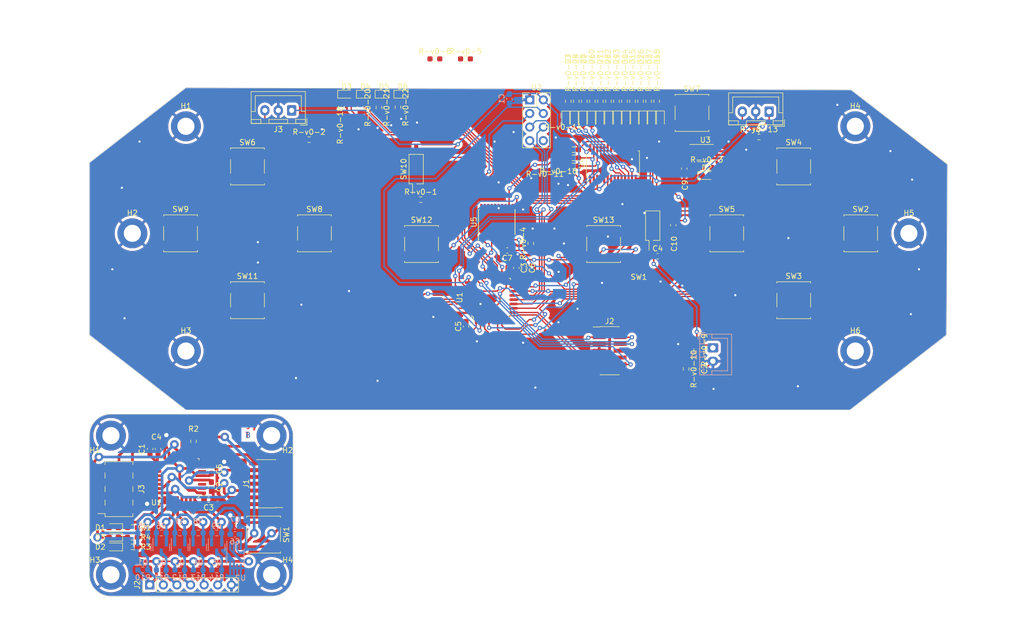
<source format=kicad_pcb>
(kicad_pcb (version 20221018) (generator pcbnew)
  (layers (0 "F.Cu" signal) (31 "B.Cu" signal) (34 "B.Paste" user) (35 "F.Paste" user) (36 "B.SilkS" user "B.Silkscreen") (37 "F.SilkS" user "F.Silkscreen") (38 "B.Mask" user) (39 "F.Mask" user) (44 "Edge.Cuts" user))
  (net 0 "")
  (net 1 "+5V-v1-")
  (net 2 "GND-v1-")
  (net 3 "+3.3V-v1-")
  (net 4 "Net-(D1-K)-v1-")
  (net 6 "Net-(D3-K)-v1-")
  (net 7 "Status_LED-v1-")
  (net 8 "Data_Clock_SNES-v1-")
  (net 9 "Data_Latch_SNES-v1-")
  (net 10 "Net-(D2-K)-v1-")
  (net 11 "Serial_Data1_SNES-v1-")
  (net 12 "Serial_Data2_SNES-v1-")
  (net 13 "SPI_Chip_Select-v1-")
  (net 14 "Chip_Enable-v1-")
  (net 15 "SPI_Digital_Input-v1-")
  (net 16 "SPI_Clock-v1-")
  (net 17 "SPI_Digital_Output-v1-")
  (net 18 "IOBit_SNES-v1-")
  (net 19 "Data_Clock_STM32-v1-")
  (net 20 "Data_Latch_STM32-v1-")
  (net 21 "Appairing_Btn-v1-")
  (net 22 "Net-(U2-BP)-v1-")
  (net 23 "SWDIO-v1-")
  (net 24 "SWDCK-v1-")
  (net 27 "NRST-v1-")
  (net 28 "USART2_RX-v1-")
  (net 29 "USART2_TX-v1-")
  (net 30 "Serial_Data1_STM32-v1-")
  (net 31 "IOBit_STM32-v1-")
  (net 32 "Serial_Data2_STM32-v1-")
  (net 46 "POWER-v0-_CHECK-v0-")
  (net 47 "GND-v0-")
  (net 48 "L-v0-i-ion-v0-")
  (net 49 "Net-(U3-BP)-v0-")
  (net 50 "Glob_Alim-v0-")
  (net 51 "Net-(D2-A)-v0-")
  (net 52 "Net-(D3-K)-v0-")
  (net 53 "Net-(D3-A)-v0-")
  (net 54 "Net-(D4-K)-v0-")
  (net 55 "Net-(D4-A)-v0-")
  (net 56 "Net-(D5-K)-v0-")
  (net 57 "Net-(D5-A)-v0-")
  (net 58 "Net-(D6-K)-v0-")
  (net 59 "Net-(D6-A)-v0-")
  (net 60 "Net-(D7-K)-v0-")
  (net 61 "Net-(D7-A)-v0-")
  (net 62 "Net-(D8-K)-v0-")
  (net 63 "Net-(D8-A)-v0-")
  (net 64 "Net-(D9-K)-v0-")
  (net 65 "Net-(D9-A)-v0-")
  (net 66 "Net-(D10-K)-v0-")
  (net 67 "Net-(D10-A)-v0-")
  (net 68 "Net-(D11-K)-v0-")
  (net 69 "Net-(D11-A)-v0-")
  (net 70 "Net-(D12-K)-v0-")
  (net 71 "Net-(D12-A)-v0-")
  (net 72 "Net-(D13-K)-v0-")
  (net 73 "Net-(D13-A)-v0-")
  (net 74 "Net-(D14-K)-v0-")
  (net 75 "Net-(D14-A)-v0-")
  (net 76 "Net-(D15-K)-v0-")
  (net 77 "Net-(D15-A)-v0-")
  (net 78 "Net-(D16-K)-v0-")
  (net 79 "Net-(D16-A)-v0-")
  (net 80 "Net-(D17-K)-v0-")
  (net 81 "Net-(D17-A)-v0-")
  (net 82 "Net-(D18-K)-v0-")
  (net 83 "Net-(D18-A)-v0-")
  (net 86 "SWDIO-v0-")
  (net 87 "SWDCK-v0-")
  (net 91 "R-v0-eset_Buton -v0-")
  (net 92 "USAR-v0-T2_R-v0-X-v0-")
  (net 93 "USAR-v0-T2_TX-v0-")
  (net 94 "NES{slash}SNES_switcher-v0-")
  (net 95 "R-v0-")
  (net 96 "A_Button-v0-")
  (net 97 "B_Button-v0-")
  (net 98 "X_Button-v0-")
  (net 99 "Y_Button-v0-")
  (net 100 "UC_Button-v0-")
  (net 101 "L-v0-C_Button-v0-")
  (net 102 "DIODE_SDA-v0-")
  (net 103 "R-v0-C_Button")
  (net 104 "L-v0-")
  (net 105 "DIODE_CL-v0-K")
  (net 106 "DC_Button-v0-")
  (net 107 "DIODE_OE-v0-")
  (net 108 "ST_Button-v0-")
  (net 109 "SE_Button-v0-")
  (net 110 "Order_Search-v0-")
  (net 111 "R-v0-X{slash}TX")
  (net 112 "Net-(C7-Pad1)-v0-")
  (net 113 "Pin_Clock-v0-")
  (net 114 "Digital_Out_Put-v0-")
  (net 115 "MOSI-v0-")
  (net 116 "GPIO_EX_CL-v0-K")
  (net 119 "GPIO_EX_SER-v0-IAL-v0-_DATA")
  (net 120 "Net-(U3-IN)-v0-")
  (net 121 "CSN_nR-v0-F24")
  (footprint "Capacitor_SMD:C_0603_1608Metric_Pad1.08x0.95mm_HandSolder" (layer "F.Cu") (at 109.045 25.7325 -90)
    (fp_text reference "C10")
    (fp_text value "100nF")
  )
  (footprint "MountingHole:MountingHole_3.2mm_M3_DIN965_Pad" (layer "F.Cu") (at 34.05 91.05)
    (fp_text reference "H4")
    (fp_text value "MountingHole_Pad")
  )
  (footprint "R-v0-esistor_SMD:R-v0-_0603_1608Metric_Pad0.98x0.95mm_HandSolder" (layer "F.Cu") (at 92.45 2.5625 90)
    (fp_text reference "R-v0-25")
    (fp_text value "1K")
  )
  (footprint "Resistor_SMD:R_0603_1608Metric_Pad0.98x0.95mm_HandSolder" (layer "F.Cu") (at 8.06875 84.05)
    (fp_text reference "R4")
    (fp_text value "1k")
  )
  (footprint "Connector_PinSocket_2.54mm:PinSocket_2x04_P2.54mm_Vertical_SMD" (layer "F.Cu") (at 5.55 75.05 180)
    (fp_text reference "J3")
    (fp_text value "Conn_01x08_Socket")
  )
  (footprint "R-v0-esistor_SMD:R-v0-_0603_1608Metric_Pad0.98x0.95mm_HandSolder" (layer "F.Cu") (at 111.45 52.5875 -90)
    (fp_text reference "R-v0-10")
    (fp_text value "1M")
  )
  (footprint "MountingHole:MountingHole_3.2mm_M3_DIN965_Pad" (layer "F.Cu") (at 143.05 7.25)
    (fp_text reference "H4")
    (fp_text value "MountingHole_Pad")
  )
  (footprint "R-v0-esistor_SMD:R-v0-_0603_1608Metric_Pad0.98x0.95mm_HandSolder" (layer "F.Cu") (at 82.45 29.1375 90)
    (fp_text reference "R-v0-4")
    (fp_text value "10k")
  )
  (footprint "Resistor_SMD:R_0603_1608Metric_Pad0.98x0.95mm_HandSolder" (layer "F.Cu") (at 8.06875 85.85)
    (fp_text reference "R3")
    (fp_text value "1k")
  )
  (footprint "R-v0-esistor_SMD:R-v0-_0603_1608Metric_Pad0.98x0.95mm_HandSolder" (layer "F.Cu") (at 90.418 14.672)
    (fp_text reference "R-v0-14")
    (fp_text value "10K")
  )
  (footprint "L-v0-ED_SMD:L-v0-ED_0603_1608Metric_Pad1.05x0.95mm_HandSolder" (layer "F.Cu") (at 92.175 6.075 -90)
    (fp_text reference "D9")
    (fp_text value "G7")
  )
  (footprint "R-v0-esistor_SMD:R-v0-_0603_1608Metric_Pad0.98x0.95mm_HandSolder" (layer "F.Cu") (at 90.95 2.5625 90)
    (fp_text reference "R-v0-24")
    (fp_text value "1K")
  )
  (footprint "Connector_JST:JST_XH_B3B-XH-A_1x03_P2.50mm_Vertical" (layer "F.Cu") (at 37.8 4.275 180)
    (fp_text reference "J3")
    (fp_text value "Conn_01x03")
  )
  (footprint "Capacitor_SMD:C_0603_1608Metric_Pad1.08x0.95mm_HandSolder" (layer "F.Cu") (at 11.35 67.55 90)
    (fp_text reference "C1")
    (fp_text value "10u")
  )
  (footprint "Capacitor_SMD:C_0603_1608Metric_Pad1.08x0.95mm_HandSolder" (layer "F.Cu") (at 111.1 15.15 -90)
    (fp_text reference "C9")
    (fp_text value "470p")
  )
  (footprint "L-v0-ED_SMD:L-v0-ED_0603_1608Metric_Pad1.05x0.95mm_HandSolder" (layer "F.Cu") (at 90.575 6.075 -90)
    (fp_text reference "D8")
    (fp_text value "G6")
  )
  (footprint "R-v0-esistor_SMD:R-v0-_0603_1608Metric_Pad0.98x0.95mm_HandSolder" (layer "F.Cu") (at 99.95 2.5625 90)
    (fp_text reference "R-v0-30")
    (fp_text value "1K")
  )
  (footprint "R-v0-esistor_SMD:R-v0-_0603_1608Metric_Pad0.98x0.95mm_HandSolder" (layer "F.Cu") (at 105.95 2.5625 90)
    (fp_text reference "R-v0-34")
    (fp_text value "1K")
  )
  (footprint "Button_Switch_SMD:SW_SPST_B3S-1000" (layer "F.Cu") (at 119.05 27.25)
    (fp_text reference "SW5")
    (fp_text value "SW_Push")
  )
  (footprint "Connector_PinHeader_2.54mm:PinHeader_2x04_P2.54mm_Vertical" (layer "F.Cu") (at 82.25 2.31)
    (fp_text reference "U2")
    (fp_text value "nR-v0-F24_Full")
  )
  (footprint "L-v0-ED_SMD:L-v0-ED_0603_1608Metric_Pad1.05x0.95mm_HandSolder" (layer "F.Cu") (at 97 6.0625 -90)
    (fp_text reference "D12")
    (fp_text value "O2")
  )
  (footprint "Capacitor_SMD:C_0603_1608Metric_Pad1.08x0.95mm_HandSolder" (layer "F.Cu") (at 106.145 31.52)
    (fp_text reference "C4")
    (fp_text value "1u")
  )
  (footprint "MountingHole:MountingHole_3.2mm_M3_DIN965_Pad" (layer "F.Cu") (at 18.05 49.25)
    (fp_text reference "H3")
    (fp_text value "MountingHole_Pad")
  )
  (footprint "MountingHole:MountingHole_3.2mm_M3_DIN965_Pad" (layer "F.Cu") (at 34.05 65.05)
    (fp_text reference "H2")
    (fp_text value "MountingHole_Pad")
  )
  (footprint "Diode_SMD:D_0603_1608Metric_Pad1.05x0.95mm_HandSolder" (layer "F.Cu") (at 4.56875 84.05 180)
    (fp_text reference "D3")
    (fp_text value "LED")
  )
  (footprint "R-v0-esistor_SMD:R-v0-_0603_1608Metric_Pad0.98x0.95mm_HandSolder" (layer "F.Cu") (at 50.575 3.75 -90)
    (fp_text reference "R-v0-20")
    (fp_text value "1K")
  )
  (footprint "R-v0-esistor_SMD:R-v0-_0603_1608Metric_Pad0.98x0.95mm_HandSolder" (layer "F.Cu") (at 95.45 2.5625 90)
    (fp_text reference "R-v0-27")
    (fp_text value "1K")
  )
  (footprint "Button_Switch_SMD:SW_SPST_B3S-1000" (layer "F.Cu") (at 131.55 39.75)
    (fp_text reference "SW3")
    (fp_text value "SW_Push")
  )
  (footprint "Button_Switch_SMD:SW_SPST_B3S-1000" (layer "F.Cu") (at 29.55 14.75)
    (fp_text reference "SW6")
    (fp_text value "SW_Push")
  )
  (footprint "Package_SO:TSSOP-28_4.4x9.7mm_P0.65mm" (layer "F.Cu") (at 97.784 14.164 90)
    (fp_text reference "U4")
    (fp_text value "PCA9685PW")
  )
  (footprint "R-v0-esistor_SMD:R-v0-_0603_1608Metric_Pad0.98x0.95mm_HandSolder" (layer "F.Cu") (at 98.45 2.5625 90)
    (fp_text reference "R-v0-29")
    (fp_text value "1K")
  )
  (footprint "Button_Switch_SMD:SW_DIP_SPSTx01_Slide_Copal_CHS-01B_W7.62mm_P1.27mm" (layer "F.Cu") (at 61.05 15.25 90)
    (fp_text reference "SW10")
    (fp_text value "SW_DIP_x01")
  )
  (footprint "Resistor_SMD:R_0603_1608Metric_Pad0.98x0.95mm_HandSolder" (layer "F.Cu") (at 8.06875 82.25)
    (fp_text reference "R1")
    (fp_text value "1k")
  )
  (footprint "R-v0-esistor_SMD:R-v0-_0603_1608Metric_Pad0.98x0.95mm_HandSolder" (layer "F.Cu") (at 93.95 2.5625 90)
    (fp_text reference "R-v0-26")
    (fp_text value "1K")
  )
  (footprint "R-v0-esistor_SMD:R-v0-_0603_1608Metric_Pad0.98x0.95mm_HandSolder" (layer "F.Cu") (at 115.31 14.926)
    (fp_text reference "R-v0-3")
    (fp_text value "1K")
  )
  (footprint "Capacitor_SMD:C_0603_1608Metric_Pad1.08x0.95mm_HandSolder" (layer "F.Cu") (at 78.05 30.45 180)
    (fp_text reference "C7")
    (fp_text value "100µF")
  )
  (footprint "Connector_PinHeader_2.54mm:PinHeader_1x07_P2.54mm_Vertical" (layer "F.Cu") (at 11.3 92.95 90)
    (fp_text reference "J2")
    (fp_text value "Conn_01x07_Socket")
  )
  (footprint "MountingHole:MountingHole_3.2mm_M3_DIN965_Pad" (layer "F.Cu") (at 153.05 27.25)
    (fp_text reference "H5")
    (fp_text value "MountingHole_Pad")
  )
  (footprint "R-v0-esistor_SMD:R-v0-_0603_1608Metric_Pad0.98x0.95mm_HandSolder" (layer "F.Cu") (at 64.5375 -5.35)
    (fp_text reference "R-v0-6")
    (fp_text value "1K")
  )
  (footprint "L-v0-ED_SMD:L-v0-ED_0603_1608Metric_Pad1.05x0.95mm_HandSolder" (layer "F.Cu") (at 98.625 6.05 -90)
    (fp_text reference "D13")
    (fp_text value "O3")
  )
  (footprint "Diode_SMD:D_0603_1608Metric_Pad1.05x0.95mm_HandSolder" (layer "F.Cu") (at 4.56875 85.85 180)
    (fp_text reference "D2")
    (fp_text value "LED_Small")
  )
  (footprint "Capacitor_SMD:C_0603_1608Metric_Pad1.08x0.95mm_HandSolder" (layer "F.Cu") (at 79.75 33.722 -90)
    (fp_text reference "C3")
    (fp_text value "100n")
  )
  (footprint "R-v0-esistor_SMD:R-v0-_0603_1608Metric_Pad0.98x0.95mm_HandSolder" (layer "F.Cu") (at 47.075 3.725 -90)
    (fp_text reference "R-v0-18")
    (fp_text value "1K")
  )
  (footprint "L-v0-ED_SMD:L-v0-ED_0603_1608Metric_Pad1.05x0.95mm_HandSolder" (layer "F.Cu") (at 55.05 1.25)
    (fp_text reference "D5")
    (fp_text value "G3")
  )
  (footprint "R-v0-esistor_SMD:R-v0-_0603_1608Metric_Pad0.98x0.95mm_HandSolder" (layer "F.Cu") (at 90.418 13.148 180)
    (fp_text reference "R-v0-11")
    (fp_text value "10K")
  )
  (footprint "Button_Switch_SMD:SW_SPST_B3S-1000" (layer "F.Cu") (at 144.05 27.25)
    (fp_text reference "SW2")
    (fp_text value "SW_Push")
  )
  (footprint "L-v0-ED_SMD:L-v0-ED_0603_1608Metric_Pad1.05x0.95mm_HandSolder" (layer "F.Cu") (at 58.55 1.25)
    (fp_text reference "D6")
    (fp_text value "G4")
  )
  (footprint "Capacitor_SMD:C_0603_1608Metric_Pad1.08x0.95mm_HandSolder" (layer "F.Cu") (at 22.81 74.6025 90)
    (fp_text reference "C2")
    (fp_text value "100n")
  )
  (footprint "R-v0-esistor_SMD:R-v0-_0603_1608Metric_Pad0.98x0.95mm_HandSolder" (layer "F.Cu") (at 104.45 2.5625 90)
    (fp_text reference "R-v0-33")
    (fp_text value "1K")
  )
  (footprint "L-v0-ED_SMD:L-v0-ED_0603_1608Metric_Pad1.05x0.95mm_HandSolder" (layer "F.Cu") (at 93.775 6.075 -90)
    (fp_text reference "D10")
    (fp_text value "G8")
  )
  (footprint "Button_Switch_SMD:SW_DIP_SPSTx01_Slide_Copal_CHS-01B_W7.62mm_P1.27mm" (layer "F.Cu") (at 105.22 25.82 90)
    (fp_text reference "SW1")
    (fp_text value "SW_DIP_x01")
  )
  (footprint "L-v0-ED_SMD:L-v0-ED_0603_1608Metric_Pad1.05x0.95mm_HandSolder" (layer "F.Cu") (at 95.375 6.075 -90)
    (fp_text reference "D11")
    (fp_text value "O1")
  )
  (footprint "Resistor_SMD:R_0603_1608Metric_Pad0.98x0.95mm_HandSolder" (layer "F.Cu") (at 19.47 66.12 90)
    (fp_text reference "R2")
    (fp_text value "10k")
  )
  (footprint "L-v0-ED_SMD:L-v0-ED_0603_1608Metric_Pad1.05x0.95mm_HandSolder" (layer "F.Cu") (at 105.025 6.05 -90)
    (fp_text reference "D17")
    (fp_text value "R-v0-3")
  )
  (footprint "Capacitor_SMD:C_0603_1608Metric_Pad1.08x0.95mm_HandSolder" (layer "F.Cu") (at 113.45 52.5875 -90)
    (fp_text reference "C2")
    (fp_text value "1nF")
  )
  (footprint "R-v0-esistor_SMD:R-v0-_0603_1608Metric_Pad0.98x0.95mm_HandSolder" (layer "F.Cu") (at 113.45 49.05 -90)
    (fp_text reference "R-v0-9")
    (fp_text value "1M")
  )
  (footprint "MountingHole:MountingHole_3.2mm_M3_DIN965_Pad" (layer "F.Cu") (at 143.05 49.25)
    (fp_text reference "H6")
    (fp_text value "MountingHole_Pad")
  )
  (footprint "R-v0-esistor_SMD:R-v0-_0603_1608Metric_Pad0.98x0.95mm_HandSolder" (layer "F.Cu") (at 61.9 20.95)
    (fp_text reference "R-v0-1")
    (fp_text value "1K")
  )
  (footprint "L-v0-ED_SMD:L-v0-ED_0603_1608Metric_Pad1.05x0.95mm_HandSolder" (layer "F.Cu") (at 48.05 1.25)
    (fp_text reference "D3")
    (fp_text value "G1")
  )
  (footprint "Button_Switch_SMD:SW_SPST_B3S-1000" (layer "F.Cu") (at 32.55 83.55 180)
    (fp_text reference "SW1")
    (fp_text value "SW_SPST")
  )
  (footprint "R-v0-esistor_SMD:R-v0-_0603_1608Metric_Pad0.98x0.95mm_HandSolder" (layer "F.Cu") (at 70.25 -5.35)
    (fp_text reference "R-v0-5")
    (fp_text value "1K")
  )
  (footprint "MountingHole:MountingHole_3.2mm_M3_DIN965_Pad" (layer "F.Cu") (at 4.05 91.05)
    (fp_text reference "H3")
    (fp_text value "MountingHole_Pad")
  )
  (footprint "Capacitor_SMD:C_0603_1608Metric_Pad1.08x0.95mm_HandSolder" (layer "F.Cu") (at 12.85 67.55 90)
    (fp_text reference "C4")
    (fp_text value "100n")
  )
  (footprint "R-v0-esistor_SMD:R-v0-_0603_1608Metric_Pad0.98x0.95mm_HandSolder" (layer "F.Cu") (at 54.1 3.725 -90)
    (fp_text reference "R-v0-21")
    (fp_text value "1K")
  )
  (footprint "Capacitor_SMD:C_0603_1608Metric_Pad1.08x0.95mm_HandSolder" (layer "F.Cu") (at 81.274 33.722 -90)
    (fp_text reference "C6")
    (fp_text value "10u")
  )
  (footprint "Package_SO:MSOP-8_3x3mm_P0.65mm" (layer "F.Cu") (at 115.05 12.25)
    (fp_text reference "U3")
    (fp_text value "MIC5219-3.3YMM")
  )
  (footprint "R-v0-esistor_SMD:R-v0-_0603_1608Metric_Pad0.98x0.95mm_HandSolder" (layer "F.Cu") (at 102.95 2.5625 90)
    (fp_text reference "R-v0-32")
    (fp_text value "1K")
  )
  (footprint "R-v0-esistor_SMD:R-v0-_0603_1608Metric_Pad0.98x0.95mm_HandSolder" (layer "F.Cu") (at 89.45 2.5625 90)
    (fp_text reference "R-v0-23")
    (fp_text value "1K")
  )
  (footprint "MountingHole:MountingHole_3.2mm_M3_DIN965_Pad" (layer "F.Cu") (at 18.05 7.25)
    (fp_text reference "H1")
    (fp_text value "MountingHole_Pad")
  )
  (footprint "Button_Switch_SMD:SW_SPST_B3S-1000" (layer "F.Cu") (at 42.05 27.25)
    (fp_text reference "SW8")
    (fp_text value "SW_Push")
  )
  (footprint "L-v0-ED_SMD:L-v0-ED_0603_1608Metric_Pad1.05x0.95mm_HandSolder" (layer "F.Cu") (at 115.31 16.45)
    (fp_text reference "D2")
    (fp_text value "L-v0-ED_Small")
  )
  (footprint "Button_Switch_SMD:SW_SPST_B3S-1000" (layer "F.Cu") (at 112.55 4.75)
    (fp_text reference "SW7")
    (fp_text value "SW_SPST")
  )
  (footprint "Diode_SMD:D_0603_1608Metric_Pad1.05x0.95mm_HandSolder" (layer "F.Cu") (at 4.56875 82.25 180)
    (fp_text reference "D1")
    (fp_text value "LED_Small")
  )
  (footprint "Package_QFP:LQFP-32_7x7mm_P0.8mm" (layer "F.Cu") (at 16.9 72.95 180)
    (fp_text reference "U1")
    (fp_text value "STM32L412KBTx")
  )
  (footprint "Package_QFP:L-v0-QFP-32_7x7mm_P0.8mm" (layer "F.Cu") (at 75.05 39.25 90)
    (fp_text reference "U1")
    (fp_text value "STM32L-v0-412KBTx")
  )
  (footprint "R-v0-esistor_SMD:R-v0-_0603_1608Metric_Pad0.98x0.95mm_HandSolder" (layer "F.Cu") (at 41.05 9.75)
    (fp_text reference "R-v0-2")
    (fp_text value "1K")
  )
  (footprint "L-v0-ED_SMD:L-v0-ED_0603_1608Metric_Pad1.05x0.95mm_HandSolder" (layer "F.Cu") (at 51.55 1.25)
    (fp_text reference "D4")
    (fp_text value "G2")
  )
  (footprint "Button_Switch_SMD:SW_SPST_B3S-1000" (layer "F.Cu") (at 62.05 29.25)
    (fp_text reference "SW12")
    (fp_text value "SW_Push")
  )
  (footprint "Connector_JST:JST_XH_B3B-XH-A_1x03_P2.50mm_Vertical" (layer "F.Cu") (at 126.954 4.512 180)
    (fp_text reference "J4")
    (fp_text value "Conn_01x03")
  )
  (footprint "Capacitor_SMD:C_0603_1608Metric_Pad1.08x0.95mm_HandSolder" (layer "F.Cu") (at 22.81 71.3 90)
    (fp_text reference "C5")
    (fp_text value "100n")
  )
  (footprint "MountingHole:MountingHole_3.2mm_M3_DIN965_Pad" (layer "F.Cu") (at 4.05 65.05)
    (fp_text reference "H1")
    (fp_text value "MountingHole_Pad")
  )
  (footprint "Button_Switch_SMD:SW_SPST_B3S-1000" (layer "F.Cu") (at 17.05 27.25)
    (fp_text reference "SW9")
    (fp_text value "SW_Push")
  )
  (footprint "L-v0-ED_SMD:L-v0-ED_0603_1608Metric_Pad1.05x0.95mm_HandSolder" (layer "F.Cu") (at 101.825 6.05 -90)
    (fp_text reference "D15")
    (fp_text value "R-v0-1")
  )
  (footprint "Capacitor_SMD:C_0603_1608Metric_Pad1.08x0.95mm_HandSolder" (layer "F.Cu") (at 70.352 44.644 90)
    (fp_text reference "C5")
    (fp_text value "100n")
  )
  (footprint "R-v0-esistor_SMD:R-v0-_0603_1608Metric_Pad0.98x0.95mm_HandSolder" (layer "F.Cu") (at 125.05 9.25)
    (fp_text reference "R-v0-13")
    (fp_text value "1K")
  )
  (footprint "Button_Switch_SMD:SW_SPST_B3S-1000" (layer "F.Cu") (at 131.55 14.75)
    (fp_text reference "SW4")
    (fp_text value "SW_Push")
  )
  (footprint "Capacitor_SMD:C_0603_1608Metric_Pad1.08x0.95mm_HandSolder" (layer "F.Cu") (at 22.3025 76.99)
    (fp_text reference "C3")
    (fp_text value "100n")
  )
  (footprint "Button_Switch_SMD:SW_SPST_B3S-1000" (layer "F.Cu") (at 29.55 39.75)
    (fp_text reference "SW11")
    (fp_text value "SW_Push")
  )
  (footprint "L-v0-ED_SMD:L-v0-ED_0603_1608Metric_Pad1.05x0.95mm_HandSolder" (layer "F.Cu") (at 88.975 6.075 -90)
    (fp_text reference "D7")
    (fp_text value "G5")
  )
  (footprint "R-v0-esistor_SMD:R-v0-_0603_1608Metric_Pad0.98x0.95mm_HandSolder" (layer "F.Cu") (at 96.95 2.5625 90)
    (fp_text reference "R-v0-28")
    (fp_text value "1K")
  )
  (footprint "MountingHole:MountingHole_3.2mm_M3_DIN965_Pad" (layer "F.Cu") (at 8.05 27.25)
    (fp_text reference "H2")
    (fp_text value "MountingHole_Pad")
  )
  (footprint "L-v0-ED_SMD:L-v0-ED_0603_1608Metric_Pad1.05x0.95mm_HandSolder" (layer "F.Cu") (at 100.225 6.05 -90)
    (fp_text reference "D14")
    (fp_text value "O4")
  )
  (footprint "L-v0-ED_SMD:L-v0-ED_0603_1608Metric_Pad1.05x0.95mm_HandSolder" (layer "F.Cu") (at 103.425 6.05 -90)
    (fp_text reference "D16")
    (fp_text value "R-v0-2")
  )
  (footprint "Package_SO:SSOP-20_4.4x6.5mm_P0.65mm" (layer "F.Cu") (at 76.125 25.15 90)
    (fp_text reference "U5")
    (fp_text value "PCF8574TS")
  )
  (footprint "L-v0-ED_SMD:L-v0-ED_0603_1608Metric_Pad1.05x0.95mm_HandSolder" (layer "F.Cu") (at 106.65 6.05 -90)
    (fp_text reference "D18")
    (fp_text value "R-v0-4")
  )
  (footprint "Button_Switch_SMD:SW_SPST_B3S-1000" (layer "F.Cu") (at 96.05 29.25)
    (fp_text reference "SW13")
    (fp_text value "SW_Push")
  )
  (footprint "R-v0-esistor_SMD:R-v0-_0603_1608Metric_Pad0.98x0.95mm_HandSolder" (layer "F.Cu") (at 57.65 3.675 -90)
    (fp_text reference "R-v0-22")
    (fp_text value "1K")
  )
  (footprint "R-v0-esistor_SMD:R-v0-_0603_1608Metric_Pad0.98x0.95mm_HandSolder" (layer "F.Cu") (at 90.418 11.624 180)
    (fp_text reference "R-v0-16")
    (fp_text value "10K")
  )
  (footprint "Connector_PinHeader_1.27mm:PinHeader_2x07_P1.27mm_Vertical_SMD" (layer "F.Cu") (at 33.05 74.05 180)
    (fp_text reference "J1")
    (fp_text value "Conn_02x07_Odd_Even")
  )
  (footprint "Connector_PinHeader_1.27mm:PinHeader_2x07_P1.27mm_Vertical_SMD" (layer "F.Cu") (at 97.175 49.19)
    (fp_text reference "J2")
    (fp_text value "Conn_02x07_Odd_Even")
  )
  (footprint "R-v0-esistor_SMD:R-v0-_0603_1608Metric_Pad0.98x0.95mm_HandSolder" (layer "F.Cu") (at 101.45 2.5625 90)
    (fp_text reference "R-v0-31")
    (fp_text value "1K")
  )
  (footprint "Package_TO_SOT_SMD:SOT-23" (layer "B.Cu") (at 16.9 85.95 -90)
    (fp_text reference "Q3")
    (fp_text value "2N7002")
  )
  (footprint "Package_TO_SOT_SMD:SOT-23" (layer "B.Cu") (at 10 85.95 -90)
    (fp_text reference "Q1")
    (fp_text value "2N7002")
  )
  (footprint "Capacitor_SMD:C_0603_1608Metric_Pad1.08x0.95mm_HandSolder" (layer "B.Cu") (at 78.45 2.1125 -90)
    (fp_text reference "C1")
    (fp_text value "100uF")
  )
  (footprint "Resistor_SMD:R_0603_1608Metric_Pad0.98x0.95mm_HandSolder" (layer "B.Cu") (at 23.8 90.15)
    (fp_text reference "R14")
    (fp_text value "10k")
  )
  (footprint "Resistor_SMD:R_0603_1608Metric_Pad0.98x0.95mm_HandSolder" (layer "B.Cu") (at 10 83.25)
    (fp_text reference "R5")
    (fp_text value "10k")
  )
  (footprint "Capacitor_SMD:C_0603_1608Metric_Pad1.08x0.95mm_HandSolder" (layer "B.Cu") (at 27.2 82 180)
    (fp_text reference "C7")
    (fp_text value "2.2u")
  )
  (footprint "Resistor_SMD:R_0603_1608Metric_Pad0.98x0.95mm_HandSolder" (layer "B.Cu") (at 13.45 83.25)
    (fp_text reference "R6")
    (fp_text value "10k")
  )
  (footprint "Resistor_SMD:R_0603_1608Metric_Pad0.98x0.95mm_HandSolder" (layer "B.Cu") (at 23.8 83.25)
    (fp_text reference "R9")
    (fp_text value "10k")
  )
  (footprint "Resistor_SMD:R_0603_1608Metric_Pad0.98x0.95mm_HandSolder" (layer "B.Cu") (at 13.45 90.15)
    (fp_text reference "R11")
    (fp_text value "10k")
  )
  (footprint "Resistor_SMD:R_0603_1608Metric_Pad0.98x0.95mm_HandSolder" (layer "B.Cu") (at 20.35 83.25)
    (fp_text reference "R8")
    (fp_text value "10k")
  )
  (footprint "Resistor_SMD:R_0603_1608Metric_Pad0.98x0.95mm_HandSolder" (layer "B.Cu") (at 16.9 83.25)
    (fp_text reference "R7")
    (fp_text value "10k")
  )
  (footprint "Resistor_SMD:R_0603_1608Metric_Pad0.98x0.95mm_HandSolder" (layer "B.Cu") (at 20.35 90.15)
    (fp_text reference "R13")
    (fp_text value "10k")
  )
  (footprint "Capacitor_SMD:C_0603_1608Metric_Pad1.08x0.95mm_HandSolder" (layer "B.Cu") (at 27.2 83.5 180)
    (fp_text reference "C6")
    (fp_text value "470p")
  )
  (footprint "Resistor_SMD:R_0603_1608Metric_Pad0.98x0.95mm_HandSolder" (layer "B.Cu") (at 16.9 90.15)
    (fp_text reference "R12")
    (fp_text value "10k")
  )
  (footprint "Package_TO_SOT_SMD:SOT-23" (layer "B.Cu") (at 13.45 85.95 -90)
    (fp_text reference "Q2")
    (fp_text value "2N7002")
  )
  (footprint "Resistor_SMD:R_0603_1608Metric_Pad0.98x0.95mm_HandSolder" (layer "B.Cu") (at 10 90.15)
    (fp_text reference "R10")
    (fp_text value "10k")
  )
  (footprint "Package_TO_SOT_SMD:SOT-23" (layer "B.Cu") (at 23.8 85.95 -90)
    (fp_text reference "Q5")
    (fp_text value "2N7002")
  )
  (footprint "Package_TO_SOT_SMD:SOT-23" (layer "B.Cu") (at 20.35 85.95 -90)
    (fp_text reference "Q4")
    (fp_text value "2N7002")
  )
  (footprint "Package_SO:MSOP-8_3x3mm_P0.65mm" (layer "B.Cu") (at 27.3125 87.7 -90)
    (fp_text reference "U2")
    (fp_text value "MIC5219-3.3YMM")
  )
  (footprint "Connector_JST:JST_XH_B2B-XH-A_1x02_P2.50mm_Vertical" (layer "B.Cu") (at 116.45 48.65 -90)
    (fp_text reference "J1")
    (fp_text value "Conn_01x02")
  )
  (gr_line (start 18.05 0.05) (end 142.25 0.45) (stroke (width 0.1)) (layer "Edge.Cuts"))
  (gr_line (start 160.25 14.35) (end 160.05 46.25) (stroke (width 0.1)) (layer "Edge.Cuts"))
  (gr_arc (start 0.05 65.05) (mid 1.221573 62.221573) (end 4.05 61.05) (stroke (width 0.1)) (layer "Edge.Cuts"))
  (gr_line (start 142.05 60.25) (end 18.05 60.25) (stroke (width 0.1)) (layer "Edge.Cuts"))
  (gr_line (start 0.05 91.05) (end 0.05 65.05) (stroke (width 0.1)) (layer "Edge.Cuts"))
  (gr_line (start 160.05 46.25) (end 142.05 60.25) (stroke (width 0.1)) (layer "Edge.Cuts"))
  (gr_line (start 18.05 60.25) (end 0.05 46.25) (stroke (width 0.1)) (layer "Edge.Cuts"))
  (gr_line (start 4.05 61.05) (end 34.05 61.05) (stroke (width 0.1)) (layer "Edge.Cuts"))
  (gr_line (start 0.05 14.05) (end 18.05 0.05) (stroke (width 0.1)) (layer "Edge.Cuts"))
  (gr_arc (start 34.05 61.05) (mid 36.878427 62.221573) (end 38.05 65.05) (stroke (width 0.1)) (layer "Edge.Cuts"))
  (gr_line (start 0.05 46.25) (end 0.05 14.05) (stroke (width 0.1)) (layer "Edge.Cuts"))
  (gr_arc (start 4.05 95.05) (mid 1.221573 93.878427) (end 0.05 91.05) (stroke (width 0.1)) (layer "Edge.Cuts"))
  (gr_arc (start 38.05 91.05) (mid 36.878427 93.878427) (end 34.05 95.05) (stroke (width 0.1)) (layer "Edge.Cuts"))
  (gr_line (start 142.25 0.45) (end 160.25 14.35) (stroke (width 0.1)) (layer "Edge.Cuts"))
  (gr_line (start 38.05 65.05) (end 38.05 91.05) (stroke (width 0.1)) (layer "Edge.Cuts"))
  (gr_line (start 34.05 95.05) (end 4.05 95.05) (stroke (width 0.1)) (layer "Edge.Cuts"))
  (gr_text "T" (at 29.05 65.55) (layer "F.Cu") (effects (font (size 1 1)) (justify left bottom)))
  (gr_text "SNES Plug" (at 22.05 63.55) (layer "F.Cu") (effects (font (size 1 1)) (justify left bottom)))
  (gr_text "B" (at 29.05 65.55) (layer "B.Cu") (effects (font (size 1 1)) (justify left bottom)))
  (segment (start 12.5375 91.7125) (end 11.3 92.95) (width 0.5) (layer "F.Cu") (net 1))
  (segment (start 6.55 87.3) (end 7.8 88.55) (width 0.5) (layer "F.Cu") (net 1))
  (segment (start 7.8 88.55) (end 12.5375 88.55) (width 0.5) (layer "F.Cu") (net 1))
  (segment (start 22.8875 88.55) (end 29.8 88.55) (width 0.5) (layer "F.Cu") (net 1))
  (segment (start 19.4375 88.55) (end 15.9875 88.55) (width 0.5) (layer "F.Cu") (net 1))
  (segment (start 5.109189 87.3) (end 6.55 87.3) (width 0.5) (layer "F.Cu") (net 1))
  (segment (start 12.5375 88.55) (end 12.5375 91.7125) (width 0.5) (layer "F.Cu") (net 1))
  (segment (start 19.4375 88.55) (end 22.8875 88.55) (width 0.5) (layer "F.Cu") (net 1))
  (segment (start 3.69375 85.85) (end 3.69375 85.884561) (width 0.5) (layer "F.Cu") (net 1))
  (segment (start 3.69375 85.884561) (end 5.109189 87.3) (width 0.5) (layer "F.Cu") (net 1))
  (segment (start 12.5375 88.55) (end 15.9875 88.55) (width 0.3) (layer "F.Cu") (net 1))
  (via (at 29.8 88.55) (size 1.6) (drill 0.8) (layers "F.Cu" "B.Cu") (net 1))
  (via (at 12.5375 88.55) (size 1.6) (drill 0.8) (layers "F.Cu" "B.Cu") (net 1))
  (via (at 22.8875 88.55) (size 1.6) (drill 0.8) (layers "F.Cu" "B.Cu") (net 1))
  (via (at 15.9875 88.55) (size 1.6) (drill 0.8) (layers "F.Cu" "B.Cu") (net 1))
  (via (at 19.4375 88.55) (size 1.6) (drill 0.8) (layers "F.Cu" "B.Cu") (net 1))
  (segment (start 19.4375 88.55) (end 19.4375 90.15) (width 0.5) (layer "B.Cu") (net 1))
  (segment (start 12.5375 90.15) (end 12.5375 88.55) (width 0.5) (layer "B.Cu") (net 1))
  (segment (start 26.3375 86.380761) (end 26.9875 87.030761) (width 0.3) (layer "B.Cu") (net 1))
  (segment (start 26.9875 85.5875) (end 26.9875 87.030761) (width 0.3) (layer "B.Cu") (net 1))
  (segment (start 11.3 92.95) (end 11.3 92.3625) (width 0.5) (layer "B.Cu") (net 1))
  (segment (start 26.3375 85.5875) (end 26.3375 86.380761) (width 0.3) (layer "B.Cu") (net 1))
  (segment (start 28.406739 88.45) (end 26.9875 87.030761) (width 0.5) (layer "B.Cu") (net 1))
  (segment (start 15.9875 88.55) (end 15.9875 90.15) (width 0.5) (layer "B.Cu") (net 1))
  (segment (start 29.7 88.45) (end 28.406739 88.45) (width 0.5) (layer "B.Cu") (net 1))
  (segment (start 22.8875 88.55) (end 22.8875 90.15) (width 0.5) (layer "B.Cu") (net 1))
  (segment (start 29.8 88.55) (end 29.7 88.45) (width 0.5) (layer "B.Cu") (net 1))
  (segment (start 11.3 92.3625) (end 9.0875 90.15) (width 0.5) (layer "B.Cu") (net 1))
  (segment (start 23.165 76.99) (end 23.165 75.82) (width 0.5) (layer "F.Cu") (net 2))
  (segment (start 12.85 66.6875) (end 12.85 66.5) (width 0.5) (layer "F.Cu") (net 2))
  (segment (start 9.74 78.86) (end 8.07 78.86) (width 0.5) (layer "F.Cu") (net 2))
  (segment (start 22.14 78.015) (end 23.165 76.99) (width 0.5) (layer "F.Cu") (net 2))
  (segment (start 22.81 75.465) (end 22.81 75.391193) (width 0.5) (layer "F.Cu") (net 2))
  (segment (start 23.165 75.82) (end 22.81 75.465) (width 0.5) (layer "F.Cu") (net 2))
  (segment (start 11.35 66.6875) (end 12.85 66.6875) (width 0.5) (layer "F.Cu") (net 2))
  (segment (start 25.199189 69.95) (end 24.711689 70.4375) (width 0.5) (layer "F.Cu") (net 2))
  (segment (start 19.7 77.125) (end 20.59 78.015) (width 0.5) (layer "F.Cu") (net 2))
  (segment (start 23.835 71.4625) (end 22.81 70.4375) (width 0.5) (layer "F.Cu") (net 2))
  (segment (start 24.711689 70.4375) (end 22.81 70.4375) (width 0.5) (layer "F.Cu") (net 2))
  (segment (start 10.8 77.8) (end 9.74 78.86) (width 0.5) (layer "F.Cu") (net 2))
  (segment (start 14.1 65.25) (end 14.1 68.775) (width 0.5) (layer "F.Cu") (net 2))
  (segment (start 12.85 66.5) (end 14.4 64.95) (width 0.5) (layer "F.Cu") (net 2))
  (segment (start 14.4 64.95) (end 14.1 65.25) (width 0.5) (layer "F.Cu") (net 2))
  (segment (start 22.81 75.391193) (end 23.835 74.366193) (width 0.5) (layer "F.Cu") (net 2))
  (segment (start 23.835 74.366193) (end 23.835 71.4625) (width 0.5) (layer "F.Cu") (net 2))
  (segment (start 20.59 78.015) (end 22.14 78.015) (width 0.5) (layer "F.Cu") (net 2))
  (via (at 14.4 64.95) (size 1.6) (drill 0.8) (layers "F.Cu" "B.Cu") (net 2))
  (via (at 10.8 77.8) (size 1.6) (drill 0.8) (layers "F.Cu" "B.Cu") (net 2))
  (via (at 25.199189 69.95) (size 1.6) (drill 0.8) (layers "F.Cu" "B.Cu") (net 2))
  (via (at 26.3375 79.95) (size 1.6) (drill 0.8) (layers "F.Cu" "B.Cu") (net 2))
  (segment (start 26.3375 79.9875) (end 26.3 79.95) (width 0.5) (layer "B.Cu") (net 2))
  (segment (start 17.45 64.95) (end 14.4 64.95) (width 0.5) (layer "B.Cu") (net 2))
  (segment (start 26.3375 82) (end 26.3375 83.5) (width 0.5) (layer "B.Cu") (net 2))
  (segment (start 22.45 69.95) (end 17.45 64.95) (width 0.5) (layer "B.Cu") (net 2))
  (segment (start 25.199189 69.95) (end 22.45 69.95) (width 0.5) (layer "B.Cu") (net 2))
  (segment (start 26.3375 82) (end 26.3375 79.95) (width 0.5) (layer "B.Cu") (net 2))
  (segment (start 16.9 73.609189) (end 16.9 71.2) (width 0.5) (layer "F.Cu") (net 3))
  (segment (start 15.85 70.15) (end 12.725 70.15) (width 0.5) (layer "F.Cu") (net 3))
  (segment (start 35 76.59) (end 36.7 76.59) (width 0.5) (layer "F.Cu") (net 3))
  (segment (start 1.55 84.05) (end 1.55 80.34) (width 0.5) (layer "F.Cu") (net 3))
  (segment (start 21.44 76.115) (end 21.075 75.75) (width 0.5) (layer "F.Cu") (net 3))
  (segment (start 20.170406 75.75) (end 19.720406 75.3) (width 0.5) (layer "F.Cu") (net 3))
  (segment (start 36.525 81.3) (end 37.05 80.775) (width 0.5) (layer "F.Cu") (net 3))
  (segment (start 12.725 68.5375) (end 12.85 68.4125) (width 0.5) (layer "F.Cu") (net 3))
  (segment (start 22.4225 72.55) (end 21.075 72.55) (width 0.5) (layer "F.Cu") (net 3))
  (segment (start 37.05 80.775) (end 37.05 76.94) (width 0.5) (layer "F.Cu") (net 3))
  (segment (start 16.9 71.2) (end 15.85 70.15) (width 0.5) (layer "F.Cu") (net 3))
  (segment (start 18.7 71.2) (end 16.9 71.2) (width 0.5) (layer "F.Cu") (net 3))
  (segment (start 18.590811 75.3) (end 16.9 73.609189) (width 0.5) (layer "F.Cu") (net 3))
  (segment (start 21.075 72.55) (end 20.05 72.55) (width 0.5) (layer "F.Cu") (net 3))
  (segment (start 12.725 70.15) (end 12.725 68.5375) (width 0.5) (layer "F.Cu") (net 3))
  (segment (start 22.81 72.1625) (end 22.4225 72.55) (width 0.5) (layer "F.Cu") (net 3))
  (segment (start 3.69375 84.05) (end 1.55 84.05) (width 0.5) (layer "F.Cu") (net 3))
  (segment (start 34.05 83.3) (end 34.525 83.3) (width 0.5) (layer "F.Cu") (net 3))
  (segment (start 28.575 81.3) (end 36.525 81.3) (width 0.5) (layer "F.Cu") (net 3))
  (segment (start 19.720406 75.3) (end 18.590811 75.3) (width 0.5) (layer "F.Cu") (net 3))
  (segment (start 21.44 76.99) (end 21.44 76.115) (width 0.5) (layer "F.Cu") (net 3))
  (segment (start 20.05 72.55) (end 18.7 71.2) (width 0.5) (layer "F.Cu") (net 3))
  (segment (start 21.075 75.75) (end 20.170406 75.75) (width 0.5) (layer "F.Cu") (net 3))
  (segment (start 11.35 68.775) (end 12.725 70.15) (width 0.5) (layer "F.Cu") (net 3))
  (segment (start 34.525 83.3) (end 36.525 81.3) (width 0.5) (layer "F.Cu") (net 3))
  (segment (start 36.7 76.59) (end 37.05 76.94) (width 0.5) (layer "F.Cu") (net 3))
  (segment (start 1.55 80.34) (end 3.03 78.86) (width 0.5) (layer "F.Cu") (net 3))
  (segment (start 11.35 68.4125) (end 11.35 68.775) (width 0.5) (layer "F.Cu") (net 3))
  (via (at 16.9 71.2) (size 1.6) (drill 0.8) (layers "F.Cu" "B.Cu") (net 3))
  (via (at 34.05 83.3) (size 1.6) (drill 0.8) (layers "F.Cu" "B.Cu") (net 3))
  (via (at 1.55 84.05) (size 1.6) (drill 0.8) (layers "F.Cu" "B.Cu") (net 3))
  (segment (start 9.05 83.2875) (end 9.0875 83.25) (width 0.5) (layer "B.Cu") (net 3))
  (segment (start 12.5 85.0125) (end 12.5 83.2875) (width 0.5) (layer "B.Cu") (net 3))
  (segment (start 15.95 83.2875) (end 15.9875 83.25) (width 0.5) (layer "B.Cu") (net 3))
  (segment (start 31.043261 86.306739) (end 34.05 83.3) (width 0.5) (layer "B.Cu") (net 3))
  (segment (start 15.95 85.0125) (end 15.95 83.2875) (width 0.5) (layer "B.Cu") (net 3))
  (segment (start 22.85 85.0125) (end 22.85 83.2875) (width 0.5) (layer "B.Cu") (net 3))
  (segment (start 11.471689 79.85) (end 12.5375 80.915811) (width 0.5) (layer "B.Cu") (net 3))
  (segment (start 15.9875 80.915811) (end 14.921689 79.85) (width 0.5) (layer "B.Cu") (net 3))
  (segment (start 26.896689 78.6) (end 25.203311 78.6) (width 0.5) (layer "B.Cu") (net 3))
  (segment (start 19.4 83.2875) (end 19.4375 83.25) (width 0.5) (layer "B.Cu") (net 3))
  (segment (start 12.5375 80.915811) (end 12.5375 83.25) (width 0.5) (layer "B.Cu") (net 3))
  (segment (start 10.353311 79.85) (end 11.471689 79.85) (width 0.5) (layer "B.Cu") (net 3))
  (segment (start 15.9875 80.915811) (end 17.053311 79.85) (width 0.5) (layer "B.Cu") (net 3))
  (segment (start 1.55 84.05) (end 2.35 83.25) (width 0.5) (layer "B.Cu") (net 3))
  (segment (start 25.203311 78.6) (end 22.8875 80.915811) (width 0.5) (layer "B.Cu") (net 3))
  (segment (start 27.6375 86.527817) (end 28.059683 86.95) (width 0.3) (layer "B.Cu") (net 3))
  (segment (start 14.921689 79.85) (end 13.603311 79.85) (width 0.5) (layer "B.Cu") (net 3))
  (segment (start 16.9 71.2) (end 14.65 71.2) (width 0.5) (layer "B.Cu") (net 3))
  (segment (start 29.3 82.55) (end 28.75 82) (width 0.5) (layer "B.Cu") (net 3))
  (segment (start 13.603311 79.85) (end 12.5375 80.915811) (width 0.5) (layer "B.Cu") (net 3))
  (segment (start 17.053311 79.85) (end 18.371689 79.85) (width 0.5) (layer "B.Cu") (net 3))
  (segment (start 28.0625 79.765811) (end 26.896689 78.6) (width 0.5) (layer "B.Cu") (net 3))
  (segment (start 2.35 83.25) (end 9.0875 83.25) (width 0.5) (layer "B.Cu") (net 3))
  (segment (start 28.656739 86.95) (end 28.059683 86.95) (width 0.5) (layer "B.Cu") (net 3))
  (segment (start 22.8875 80.915811) (end 21.821689 79.85) (width 0.5) (layer "B.Cu") (net 3))
  (segment (start 29.3 86.306739) (end 28.656739 86.95) (width 0.5) (layer "B.Cu") (net 3))
  (segment (start 14.65 71.2) (end 13.603311 72.246689) (width 0.5) (layer "B.Cu") (net 3))
  (segment (start 19.4375 80.915811) (end 19.4375 83.25) (width 0.5) (layer "B.Cu") (net 3))
  (segment (start 9.0875 81.115811) (end 10.353311 79.85) (width 0.5) (layer "B.Cu") (net 3))
  (segment (start 18.371689 79.85) (end 19.4375 80.915811) (width 0.5) (layer "B.Cu") (net 3))
  (segment (start 9.05 85.0125) (end 9.05 83.2875) (width 0.5) (layer "B.Cu") (net 3))
  (segment (start 28.0625 82) (end 28.0625 79.765811) (width 0.5) (layer "B.Cu") (net 3))
  (segment (start 13.603311 72.246689) (end 13.603311 79.85) (width 0.5) (layer "B.Cu") (net 3))
  (segment (start 19.4 85.0125) (end 19.4 83.2875) (width 0.5) (layer "B.Cu") (net 3))
  (segment (start 22.85 83.2875) (end 22.8875 83.25) (width 0.5) (layer "B.Cu") (net 3))
  (segment (start 22.8875 83.25) (end 22.8875 80.915811) (width 0.5) (layer "B.Cu") (net 3))
  (segment (start 28.75 82) (end 28.0625 82) (width 0.5) (layer "B.Cu") (net 3))
  (segment (start 20.503311 79.85) (end 19.4375 80.915811) (width 0.5) (layer "B.Cu") (net 3))
  (segment (start 31.043261 86.306739) (end 29.3 86.306739) (width 0.5) (layer "B.Cu") (net 3))
  (segment (start 9.0875 83.25) (end 9.0875 81.115811) (width 0.5) (layer "B.Cu") (net 3))
  (segment (start 29.3 86.306739) (end 29.3 82.55) (width 0.5) (layer "B.Cu") (net 3))
  (segment (start 27.6375 85.5875) (end 27.6375 86.527817) (width 0.3) (layer "B.Cu") (net 3))
  (segment (start 21.821689 79.85) (end 20.503311 79.85) (width 0.5) (layer "B.Cu") (net 3))
  (segment (start 12.5 83.2875) (end 12.5375 83.25) (width 0.5) (layer "B.Cu") (net 3))
  (segment (start 15.9875 83.25) (end 15.9875 80.915811) (width 0.5) (layer "B.Cu") (net 3))
  (segment (start 7.15625 82.25) (end 5.44375 82.25) (width 0.5) (layer "F.Cu") (net 4))
  (segment (start 7.15625 84.05) (end 5.44375 84.05) (width 0.5) (layer "F.Cu") (net 6))
  (segment (start 3.69375 82.25) (end 4.71875 81.225) (width 0.5) (layer "F.Cu") (net 7))
  (segment (start 10.3 79.8) (end 11.425 79.8) (width 0.5) (layer "F.Cu") (net 7))
  (segment (start 4.71875 81.225) (end 8.875 81.225) (width 0.5) (layer "F.Cu") (net 7))
  (segment (start 8.875 81.225) (end 10.3 79.8) (width 0.5) (layer "F.Cu") (net 7))
  (segment (start 11.425 79.8) (end 14.1 77.125) (width 0.5) (layer "F.Cu") (net 7))
  (segment (start 12.3125 91.55) (end 10.9125 90.15) (width 0.5) (layer "B.Cu") (net 8))
  (segment (start 10.9125 87.8) (end 10 86.8875) (width 0.5) (layer "B.Cu") (net 8))
  (segment (start 13.84 92.95) (end 13.84 92.34) (width 0.5) (layer "B.Cu") (net 8))
  (segment (start 13.05 91.55) (end 12.3125 91.55) (width 0.5) (layer "B.Cu") (net 8))
  (segment (start 13.84 92.34) (end 13.05 91.55) (width 0.5) (layer "B.Cu") (net 8))
  (segment (start 10.9125 90.15) (end 10.9125 87.8) (width 0.5) (layer "B.Cu") (net 8))
  (segment (start 14.3625 90.15) (end 14.3625 87.8) (width 0.5) (layer "B.Cu") (net 9))
  (segment (start 14.3625 90.15) (end 14.3625 91.0125) (width 0.5) (layer "B.Cu") (net 9))
  (segment (start 14.3625 91.0125) (end 16.3 92.95) (width 0.5) (layer "B.Cu") (net 9))
  (segment (start 14.3625 87.8) (end 13.45 86.8875) (width 0.5) (layer "B.Cu") (net 9))
  (segment (start 5.44375 85.85) (end 7.15625 85.85) (width 0.5) (layer "F.Cu") (net 10))
  (segment (start 17.8125 87.8) (end 16.9 86.8875) (width 0.5) (layer "B.Cu") (net 11))
  (segment (start 17.8125 90.15) (end 17.8125 87.8) (width 0.5) (layer "B.Cu") (net 11))
  (segment (start 17.8125 91.9625) (end 18.8 92.95) (width 0.5) (layer "B.Cu") (net 11))
  (segment (start 17.8125 90.15) (end 17.8125 91.9625) (width 0.5) (layer "B.Cu") (net 11))
  (segment (start 21.2625 90.15) (end 21.2625 87.8) (width 0.5) (layer "B.Cu") (net 12))
  (segment (start 21.2625 92.9125) (end 21.3 92.95) (width 0.5) (layer "B.Cu") (net 12))
  (segment (start 21.2625 90.15) (end 21.2625 92.9125) (width 0.5) (layer "B.Cu") (net 12))
  (segment (start 21.2625 87.8) (end 20.35 86.8875) (width 0.5) (layer "B.Cu") (net 12))
  (segment (start 12.725 70.95) (end 11.15 70.95) (width 0.5) (layer "F.Cu") (net 13))
  (segment (start 11.15 70.95) (end 10.3 71.8) (width 0.5) (layer "F.Cu") (net 13))
  (segment (start 10.3 71.8) (end 10.3 74.55) (width 0.5) (layer "F.Cu") (net 13))
  (segment (start 9.8 75.05) (end 4.3 75.05) (width 0.5) (layer "F.Cu") (net 13))
  (segment (start 4.3 75.05) (end 3.03 76.32) (width 0.5) (layer "F.Cu") (net 13))
  (segment (start 10.3 74.55) (end 9.8 75.05) (width 0.5) (layer "F.Cu") (net 13))
  (segment (start 10.53 76.32) (end 11.425 75.425) (width 0.5) (layer "F.Cu") (net 14))
  (segment (start 8.07 76.32) (end 10.53 76.32) (width 0.5) (layer "F.Cu") (net 14))
  (segment (start 11.820406 71.75) (end 12.725 71.75) (width 0.5) (layer "F.Cu") (net 14))
  (segment (start 11.425 75.425) (end 11.425 72.145406) (width 0.5) (layer "F.Cu") (net 14))
  (segment (start 11.425 72.145406) (end 11.820406 71.75) (width 0.5) (layer "F.Cu") (net 14))
  (segment (start 15.1 63.6) (end 17.3 65.8) (width 0.5) (layer "F.Cu") (net 15))
  (segment (start 8.07 68.316307) (end 12.786307 63.6) (width 0.5) (layer "F.Cu") (net 15))
  (segment (start 8.07 71.24) (end 8.07 68.316307) (width 0.5) (layer "F.Cu") (net 15))
  (segment (start 17.3 65.8) (end 17.3 68.775) (width 0.5) (layer "F.Cu") (net 15))
  (segment (start 12.786307 63.6) (end 15.1 63.6) (width 0.5) (layer "F.Cu") (net 15))
  (segment (start 5.55 72.26) (end 5.55 68.8) (width 0.5) (layer "F.Cu") (net 16))
  (segment (start 5.55 68.8) (end 12.05 62.3) (width 0.5) (layer "F.Cu") (net 16))
  (segment (start 7.07 73.78) (end 5.55 72.26) (width 0.5) (layer "F.Cu") (net 16))
  (segment (start 18.1 64.35) (end 18.1 68.775) (width 0.5) (layer "F.Cu") (net 16))
  (segment (start 12.05 62.3) (end 16.05 62.3) (width 0.5) (layer "F.Cu") (net 16))
  (segment (start 8.07 73.78) (end 7.07 73.78) (width 0.5) (layer "F.Cu") (net 16))
  (segment (start 16.05 62.3) (end 18.1 64.35) (width 0.5) (layer "F.Cu") (net 16))
  (segment (start 3.03 73.78) (end 2.03 73.78) (width 0.5) (layer "F.Cu") (net 17))
  (segment (start 15.9 67.270406) (end 16.5 67.870406) (width 0.5) (layer "F.Cu") (net 17))
  (segment (start 15.9 66.7) (end 15.9 67.270406) (width 0.5) (layer "F.Cu") (net 17))
  (segment (start 2.03 73.78) (end 0.98 72.73) (width 0.5) (layer "F.Cu") (net 17))
  (segment (start 0.98 69.87) (end 1.8 69.05) (width 0.5) (layer "F.Cu") (net 17))
  (segment (start 0.98 72.73) (end 0.98 69.87) (width 0.5) (layer "F.Cu") (net 17))
  (segment (start 16.5 67.870406) (end 16.5 68.775) (width 0.5) (layer "F.Cu") (net 17))
  (via (at 1.8 69.05) (size 1.6) (drill 0.8) (layers "F.Cu" "B.Cu") (net 17))
  (via (at 15.9 66.7) (size 1.6) (drill 0.8) (layers "F.Cu" "B.Cu") (net 17))
  (segment (start 13.55 69.05) (end 15.9 66.7) (width 0.5) (layer "B.Cu") (net 17))
  (segment (start 1.8 69.05) (end 13.55 69.05) (width 0.5) (layer "B.Cu") (net 17))
  (segment (start 24.7125 90.15) (end 24.7125 87.8) (width 0.5) (layer "B.Cu") (net 18))
  (segment (start 24.7125 87.8) (end 23.8 86.8875) (width 0.5) (layer "B.Cu") (net 18))
  (segment (start 24.7125 92.0375) (end 23.8 92.95) (width 0.5) (layer "B.Cu") (net 18))
  (segment (start 24.7125 90.15) (end 24.7125 92.0375) (width 0.5) (layer "B.Cu") (net 18))
  (segment (start 10.9125 81.2) (end 11.729594 81.2) (width 0.5) (layer "F.Cu") (net 19))
  (segment (start 11.729594 81.2) (end 14.9 78.029594) (width 0.5) (layer "F.Cu") (net 19))
  (segment (start 14.9 78.029594) (end 14.9 77.125) (width 0.5) (layer "F.Cu") (net 19))
  (via (at 10.9125 81.2) (size 1.6) (drill 0.8) (layers "F.Cu" "B.Cu") (net 19))
  (segment (start 10.95 83.2875) (end 10.9125 83.25) (width 0.5) (layer "B.Cu") (net 19))
  (segment (start 10.9125 83.25) (end 10.9125 81.2) (width 0.5) (layer "B.Cu") (net 19))
  (segment (start 10.95 85.0125) (end 10.95 83.2875) (width 0.5) (layer "B.Cu") (net 19))
  (segment (start 15.7 79.8625) (end 15.7 77.125) (width 0.5) (layer "F.Cu") (net 20))
  (segment (start 14.3625 81.2) (end 15.7 79.8625) (width 0.5) (layer "F.Cu") (net 20))
  (via (at 14.3625 81.2) (size 1.6) (drill 0.8) (layers "F.Cu" "B.Cu") (net 20))
  (segment (start 14.4 85.0125) (end 14.4 83.2875) (width 0.5) (layer "B.Cu") (net 20))
  (segment (start 14.4 83.2875) (end 14.3625 83.25) (width 0.5) (layer "B.Cu") (net 20))
  (segment (start 14.3625 83.25) (end 14.3625 81.2) (width 0.5) (layer "B.Cu") (net 20))
  (segment (start 21.2025 65.3) (end 19.47 67.0325) (width 0.5) (layer "F.Cu") (net 21))
  (segment (start 25.3 65.3) (end 21.2025 65.3) (width 0.5) (layer "F.Cu") (net 21))
  (segment (start 18.9 67.6025) (end 19.47 67.0325) (width 0.5) (layer "F.Cu") (net 21))
  (segment (start 30.8 83.55) (end 28.575 85.775) (width 0.5) (layer "F.Cu") (net 21))
  (segment (start 18.9 68.775) (end 18.9 67.6025) (width 0.5) (layer "F.Cu") (net 21))
  (segment (start 28.575 85.775) (end 28.575 85.8) (width 0.5) (layer "F.Cu") (net 21))
  (segment (start 36.525 85.8) (end 28.575 85.8) (width 0.5) (layer "F.Cu") (net 21))
  (segment (start 30.8 83.3) (end 30.8 83.55) (width 0.5) (layer "F.Cu") (net 21))
  (via (at 30.8 83.3) (size 1.6) (drill 0.8) (layers "F.Cu" "B.Cu") (net 21))
  (via (at 25.3 65.3) (size 1.6) (drill 0.8) (layers "F.Cu" "B.Cu") (net 21))
  (segment (start 30.8 83.3) (end 30.8 70.8) (width 0.5) (layer "B.Cu") (net 21))
  (segment (start 30.8 70.8) (end 25.3 65.3) (width 0.5) (layer "B.Cu") (net 21))
  (segment (start 28.2875 83.725) (end 28.0625 83.5) (width 0.3) (layer "B.Cu") (net 22))
  (segment (start 28.2875 85.5875) (end 28.2875 83.725) (width 0.3) (layer "B.Cu") (net 22))
  (segment (start 12.725 74.95) (end 13.629594 74.95) (width 0.5) (layer "F.Cu") (net 23))
  (segment (start 25.199189 75.699189) (end 26.09 76.59) (width 0.5) (layer "F.Cu") (net 23))
  (segment (start 13.629594 74.95) (end 15.4 73.179594) (width 0.5) (layer "F.Cu") (net 23))
  (segment (start 15.4 73.179594) (end 15.4 72.8) (width 0.5) (layer "F.Cu") (net 23))
  (segment (start 25.199189 73.95) (end 25.199189 75.699189) (width 0.5) (layer "F.Cu") (net 23))
  (segment (start 26.09 76.59) (end 31.1 76.59) (width 0.5) (layer "F.Cu") (net 23))
  (via (at 15.4 72.8) (size 1.6) (drill 0.8) (layers "F.Cu" "B.Cu") (net 23))
  (via (at 25.199189 73.95) (size 1.6) (drill 0.8) (layers "F.Cu" "B.Cu") (net 23))
  (segment (start 18.05 74.8) (end 24.349189 74.8) (width 0.5) (layer "B.Cu") (net 23))
  (segment (start 16.05 72.8) (end 18.05 74.8) (width 0.5) (layer "B.Cu") (net 23))
  (segment (start 24.349189 74.8) (end 25.199189 73.95) (width 0.5) (layer "B.Cu") (net 23))
  (segment (start 15.4 72.8) (end 16.05 72.8) (width 0.5) (layer "B.Cu") (net 23))
  (segment (start 26.730901 75.32) (end 26.62076 75.209859) (width 0.5) (layer "F.Cu") (net 24))
  (segment (start 16.05 75.05) (end 15.35 75.75) (width 0.5) (layer "F.Cu") (net 24))
  (segment (start 15.35 75.75) (end 12.725 75.75) (width 0.5) (layer "F.Cu") (net 24))
  (segment (start 31.1 75.32) (end 26.730901 75.32) (width 0.5) (layer "F.Cu") (net 24))
  (via (at 16.05 75.05) (size 1.6) (drill 0.8) (layers "F.Cu" "B.Cu") (net 24))
  (via (at 26.62076 75.209859) (size 1.6) (drill 0.8) (layers "F.Cu" "B.Cu") (net 24))
  (segment (start 17.55 76.55) (end 16.05 75.05) (width 0.5) (layer "B.Cu") (net 24))
  (segment (start 26.62076 75.209859) (end 25.280619 76.55) (width 0.5) (layer "B.Cu") (net 24))
  (segment (start 25.280619 76.55) (end 17.55 76.55) (width 0.5) (layer "B.Cu") (net 24))
  (segment (start 22.81 73.74) (end 22.42 73.35) (width 0.5) (layer "F.Cu") (net 27))
  (segment (start 21.075 73.35) (end 18.75 73.35) (width 0.5) (layer "F.Cu") (net 27))
  (segment (start 22.42 73.35) (end 21.075 73.35) (width 0.5) (layer "F.Cu") (net 27))
  (segment (start 18.75 73.35) (end 18.65 73.45) (width 0.5) (layer "F.Cu") (net 27))
  (segment (start 31.1 71.51) (end 25.639189 71.51) (width 0.5) (layer "F.Cu") (net 27))
  (segment (start 25.639189 71.51) (end 25.199189 71.95) (width 0.5) (layer "F.Cu") (net 27))
  (via (at 18.65 73.45) (size 1.6) (drill 0.8) (layers "F.Cu" "B.Cu") (net 27))
  (via (at 25.199189 71.95) (size 1.6) (drill 0.8) (layers "F.Cu" "B.Cu") (net 27))
  (segment (start 25.199189 71.95) (end 20.15 71.95) (width 0.5) (layer "B.Cu") (net 27))
  (segment (start 20.15 71.95) (end 18.65 73.45) (width 0.5) (layer "B.Cu") (net 27))
  (segment (start 33.77 70.24) (end 35 70.24) (width 0.5) (layer "F.Cu") (net 28))
  (segment (start 30.58 67.05) (end 33.77 70.24) (width 0.5) (layer "F.Cu") (net 28))
  (segment (start 21.425 67.05) (end 30.58 67.05) (width 0.5) (layer "F.Cu") (net 28))
  (segment (start 19.7 68.775) (end 21.425 67.05) (width 0.5) (layer "F.Cu") (net 28))
  (segment (start 31.1 70.24) (end 29.46 68.6) (width 0.5) (layer "F.Cu") (net 29))
  (segment (start 29.46 68.6) (end 22.625 68.6) (width 0.5) (layer "F.Cu") (net 29))
  (segment (start 22.625 68.6) (end 21.075 70.15) (width 0.5) (layer "F.Cu") (net 29))
  (segment (start 16.5 79.8875) (end 17.8125 81.2) (width 0.5) (layer "F.Cu") (net 30))
  (segment (start 16.5 77.125) (end 16.5 79.8875) (width 0.5) (layer "F.Cu") (net 30))
  (via (at 17.8125 81.2) (size 1.6) (drill 0.8) (layers "F.Cu" "B.Cu") (net 30))
  (segment (start 17.8125 83.25) (end 17.8125 81.2) (width 0.5) (layer "B.Cu") (net 30))
  (segment (start 17.85 85.0125) (end 17.85 83.2875) (width 0.5) (layer "B.Cu") (net 30))
  (segment (start 17.85 83.2875) (end 17.8125 83.25) (width 0.5) (layer "B.Cu") (net 30))
  (segment (start 24.7125 81.2) (end 22.8625 79.35) (width 0.5) (layer "F.Cu") (net 31))
  (segment (start 18.1 78.360964) (end 18.1 77.125) (width 0.5) (layer "F.Cu") (net 31))
  (segment (start 22.8625 79.35) (end 19.089036 79.35) (width 0.5) (layer "F.Cu") (net 31))
  (segment (start 19.089036 79.35) (end 18.1 78.360964) (width 0.5) (layer "F.Cu") (net 31))
  (via (at 24.7125 81.2) (size 1.6) (drill 0.8) (layers "F.Cu" "B.Cu") (net 31))
  (segment (start 24.75 83.2875) (end 24.7125 83.25) (width 0.5) (layer "B.Cu") (net 31))
  (segment (start 24.75 85.0125) (end 24.75 83.2875) (width 0.5) (layer "B.Cu") (net 31))
  (segment (start 24.7125 83.25) (end 24.7125 81.2) (width 0.5) (layer "B.Cu") (net 31))
  (segment (start 19.721689 81.2) (end 17.3 78.778311) (width 0.5) (layer "F.Cu") (net 32))
  (segment (start 21.2625 81.2) (end 19.721689 81.2) (width 0.5) (layer "F.Cu") (net 32))
  (segment (start 17.3 78.778311) (end 17.3 77.125) (width 0.5) (layer "F.Cu") (net 32))
  (via (at 21.2625 81.2) (size 1.6) (drill 0.8) (layers "F.Cu" "B.Cu") (net 32))
  (segment (start 21.3 83.2875) (end 21.2625 83.25) (width 0.5) (layer "B.Cu") (net 32))
  (segment (start 21.2625 83.25) (end 21.2625 81.2) (width 0.5) (layer "B.Cu") (net 32))
  (segment (start 21.3 85.0125) (end 21.3 83.2875) (width 0.5) (layer "B.Cu") (net 32))
  (segment (start 88.698 39.506) (end 87.878 40.326) (width 0.25) (layer "F.Cu") (net 46))
  (segment (start 113.4 51.675) (end 113.45 51.725) (width 0.25) (layer "F.Cu") (net 46))
  (segment (start 76.175402 38.05) (end 76.697701 37.527701) (width 0.25) (layer "F.Cu") (net 46))
  (segment (start 113.45 51.725) (end 111.5 51.725) (width 0.25) (layer "F.Cu") (net 46))
  (segment (start 102.9935 39.506) (end 88.698 39.506) (width 0.25) (layer "F.Cu") (net 46))
  (segment (start 113.45 49.9625) (end 102.9935 39.506) (width 0.25) (layer "F.Cu") (net 46))
  (segment (start 111.5 51.725) (end 111.45 51.675) (width 0.25) (layer "F.Cu") (net 46))
  (segment (start 70.875 38.05) (end 76.175402 38.05) (width 0.25) (layer "F.Cu") (net 46))
  (segment (start 111.45 51.675) (end 111.45 51.8875) (width 0.25) (layer "F.Cu") (net 46))
  (segment (start 113.45 49.9625) (end 113.45 51.725) (width 0.25) (layer "F.Cu") (net 46))
  (via (at 87.878 40.326) (size 0.8) (drill 0.4) (layers "F.Cu" "B.Cu") (net 46))
  (via (at 76.697701 37.527701) (size 0.8) (drill 0.4) (layers "F.Cu" "B.Cu") (net 46))
  (segment (start 81.02 40.326) (end 78.221701 37.527701) (width 0.25) (layer "B.Cu") (net 46))
  (segment (start 87.878 40.326) (end 81.02 40.326) (width 0.25) (layer "B.Cu") (net 46))
  (segment (start 78.221701 37.527701) (end 76.697701 37.527701) (width 0.25) (layer "B.Cu") (net 46))
  (segment (start 94.209 15.453) (end 94.228 15.434) (width 0.25) (layer "F.Cu") (net 47))
  (segment (start 81.45 34.8105) (end 81.45 36.25) (width 0.25) (layer "F.Cu") (net 47))
  (segment (start 81.45 36.25) (end 79.425 36.25) (width 0.25) (layer "F.Cu") (net 47))
  (segment (start 113.4 53.5) (end 113.45 53.45) (width 0.25) (layer "F.Cu") (net 47))
  (segment (start 95.244 15.434) (end 95.509 15.699) (width 0.25) (layer "F.Cu") (net 47))
  (segment (start 111.45 53.5) (end 113.4 53.5) (width 0.25) (layer "F.Cu") (net 47))
  (segment (start 54.1 4.77) (end 56.382 7.052) (width 0.25) (layer "F.Cu") (net 47))
  (segment (start 96.159 12.741) (end 96.159 11.3015) (width 0.25) (layer "F.Cu") (net 47))
  (segment (start 79.425 36.25) (end 79.225 36.45) (width 0.25) (layer "F.Cu") (net 47))
  (segment (start 95.509 11.3015) (end 95.509 12.905) (width 0.25) (layer "F.Cu") (net 47))
  (segment (start 95.752 13.148) (end 96.159 12.741) (width 0.25) (layer "F.Cu") (net 47))
  (segment (start 114.15 53.45) (end 116.45 51.15) (width 0.25) (layer "F.Cu") (net 47))
  (segment (start 81.274 34.6345) (end 81.45 34.8105) (width 0.25) (layer "F.Cu") (net 47))
  (segment (start 94.209 17.0265) (end 94.209 15.453) (width 0.25) (layer "F.Cu") (net 47))
  (segment (start 95.509 12.905) (end 95.752 13.148) (width 0.25) (layer "F.Cu") (net 47))
  (segment (start 95.509 15.699) (end 95.509 17.0265) (width 0.25) (layer "F.Cu") (net 47))
  (segment (start 102.009 17.0265) (end 102.009 18.389) (width 0.25) (layer "F.Cu") (net 47))
  (segment (start 94.228 15.434) (end 95.244 15.434) (width 0.25) (layer "F.Cu") (net 47))
  (segment (start 102.009 18.389) (end 102.102 18.482) (width 0.25) (layer "F.Cu") (net 47))
  (segment (start 54.1 4.6375) (end 54.1 4.77) (width 0.25) (layer "F.Cu") (net 47))
  (segment (start 113.45 53.45) (end 114.15 53.45) (width 0.25) (layer "F.Cu") (net 47))
  (via (at 153.664 17.212) (size 0.8) (drill 0.4) (layers "F.Cu" "B.Cu") (net 47))
  (via (at 4.312 33.976) (size 0.8) (drill 0.4) (layers "F.Cu" "B.Cu") (net 47))
  (via (at 76.448 22.546) (size 0.8) (drill 0.4) (layers "F.Cu" "B.Cu") (net 47))
  (via (at 116.58 56.328) (size 0.8) (drill 0.4) (layers "F.Cu" "B.Cu") (net 47))
  (via (at 139.694 3.242) (size 0.8) (drill 0.4) (layers "F.Cu" "B.Cu") (net 47))
  (via (at 83.306 56.074) (size 0.8) (drill 0.4) (layers "F.Cu" "B.Cu") (net 47))
  (via (at 79.242 8.322) (size 0.8) (drill 0.4) (layers "F.Cu" "B.Cu") (net 47))
  (via (at 101.34 13.402) (size 0.8) (drill 0.4) (layers "F.Cu" "B.Cu") (net 47))
  (via (at 6.598 43.12) (size 0.8) (drill 0.4) (layers "F.Cu" "B.Cu") (net 47))
  (via (at 132.328 55.82) (size 0.8) (drill 0.4) (layers "F.Cu" "B.Cu") (net 47))
  (via (at 87.624 43.882) (size 0.8) (drill 0.4) (layers "F.Cu" "B.Cu") (net 47))
  (via (at 61.208 6.544) (size 0.8) (drill 0.4) (layers "F.Cu" "B.Cu") (net 47))
  (via (at 9.392 10.1) (size 0.8) (drill 0.4) (layers "F.Cu" "B.Cu") (net 47))
  (via (at 53.842 54.804) (size 0.8) (drill 0.4) (layers "F.Cu" "B.Cu") (net 47))
  (via (at 95.752 36.516) (size 0.8) (drill 0.4) (layers "F.Cu" "B.Cu") (net 47))
  (via (at 87.624 17.974) (size 0.8) (drill 0.4) (layers "F.Cu" "B.Cu") (net 47))
  (via (at 77.25 32.05) (size 0.8) (drill 0.4) (layers "F.Cu" "B.Cu") (net 47))
  (via (at 99.562 21.784) (size 0.8) (drill 0.4) (layers "F.Cu" "B.Cu") (net 47))
  (via (at 88.64 29.15) (size 0.8) (drill 0.4) (layers "F.Cu" "B.Cu") (net 47))
  (via (at 119.374 10.1) (size 0.8) (drill 0.4) (layers "F.Cu" "B.Cu") (net 47))
  (via (at 110.738 37.024) (size 0.8) (drill 0.4) (layers "F.Cu" "B.Cu") (net 47))
  (via (at 31.49 32.706) (size 0.8) (drill 0.4) (layers "F.Cu" "B.Cu") (net 47))
  (via (at 56.382 7.052) (size 0.8) (drill 0.4) (layers "F.Cu" "B.Cu") (net 47))
  (via (at 86.862 26.356) (size 0.8) (drill 0.4) (layers "F.Cu" "B.Cu") (net 47))
  (via (at 82.798 26.356) (size 0.8) (drill 0.4) (layers "F.Cu" "B.Cu") (net 47))
  (via (at 6.09 18.736) (size 0.8) (drill 0.4) (layers "F.Cu" "B.Cu") (net 47))
  (via (at 122.676 11.624) (size 0.8) (drill 0.4) (layers "F.Cu" "B.Cu") (net 47))
  (via (at 81.02 22.8) (size 0.8) (drill 0.4) (layers "F.Cu" "B.Cu") (net 47))
  (via (at 154.934 33.976) (size 0.8) (drill 0.4) (layers "F.Cu" "B.Cu") (net 47))
  (via (at 75.686 10.1) (size 0.8) (drill 0.4) (layers "F.Cu" "B.Cu") (net 47))
  (via (at 39.618 40.58) (size 0.8) (drill 0.4) (layers "F.Cu" "B.Cu") (net 47))
  (via (at 80.004 31.182) (size 0.8) (drill 0.4) (layers "F.Cu" "B.Cu") (net 47))
  (via (at 76.448 17.72) (size 0.8) (drill 0.4) (layers "F.Cu" "B.Cu") (net 47))
  (via (at 43.428 7.814) (size 0.8) (drill 0.4) (layers "F.Cu" "B.Cu") (net 47))
  (via (at 31.49 28.896) (size 0.8) (drill 0.4) (layers "F.Cu" "B.Cu") (net 47))
  (via (at 64.256 42.866) (size 0.8) (drill 0.4) (layers "F.Cu" "B.Cu") (net 47))
  (via (at 96.85 27.85) (size 0.8) (drill 0.4) (layers "F.Cu" "B.Cu") (net 47))
  (via (at 72.384 47.438) (size 0.8) (drill 0.4) (layers "F.Cu" "B.Cu") (net 47))
  (via (at 82.65 33.65) (size 0.8) (drill 0.4) (layers "F.Cu" "B.Cu") (net 47))
  (via (at 109.976 47.946) (size 0.8) (drill 0.4) (layers "F.Cu" "B.Cu") (net 47))
  (via (at 38.602 54.296) (size 0.8) (drill 0.4) (layers "F.Cu" "B.Cu") (net 47))
  (via (at 50.286 7.814) (size 0.8) (drill 0.4) (layers "F.Cu" "B.Cu") (net 47))
  (via (at 130.55 28.134) (size 0.8) (drill 0.4) (layers "F.Cu" "B.Cu") (net 47))
  (via (at 120.644 38.802) (size 0.8) (drill 0.4) (layers "F.Cu" "B.Cu") (net 47))
  (via (at 87.65 34.45) (size 0.8) (drill 0.4) (layers "F.Cu" "B.Cu") (net 47))
  (via (at 153.41 42.358) (size 0.8) (drill 0.4) (layers "F.Cu" "B.Cu") (net 47))
  (via (at 106.674 36.262) (size 0.8) (drill 0.4) (layers "F.Cu" "B.Cu") (net 47))
  (via (at 149.6 11.878) (size 0.8) (drill 0.4) (layers "F.Cu" "B.Cu") (net 47))
  (via (at 58.25 5.85) (size 0.8) (drill 0.4) (layers "F.Cu" "B.Cu") (net 47))
  (via (at 89.402 18.228) (size 0.8) (drill 0.4) (layers "F.Cu" "B.Cu") (net 47))
  (via (at 82.544 16.958) (size 0.8) (drill 0.4) (layers "F.Cu" "B.Cu") (net 47))
  (via (at 73.05 40.45) (size 0.8) (drill 0.4) (layers "F.Cu" "B.Cu") (net 47))
  (via (at 91.18 41.342) (size 0.8) (drill 0.4) (layers "F.Cu" "B.Cu") (net 47))
  (via (at 104.134 13.148) (size 0.8) (drill 0.4) (layers "F.Cu" "B.Cu") (net 47))
  (via (at 48.508 38.04) (size 0.8) (drill 0.4) (layers "F.Cu" "B.Cu") (net 47))
  (via (at 103.65 23.45) (size 0.8) (drill 0.4) (layers "F.Cu" "B.Cu") (net 47))
  (via (at 87.116 9.338) (size 0.8) (drill 0.4) (layers "F.Cu" "B.Cu") (net 47))
  (via (at 81.02 47.692) (size 0.8) (drill 0.4) (layers "F.Cu" "B.Cu") (net 47))
  (via (at 53.842 7.56) (size 0.8) (drill 0.4) (layers "F.Cu" "B.Cu") (net 47))
  (via (at 106.42 10.1) (size 0.8) (drill 0.4) (layers "F.Cu" "B.Cu") (net 47))
  (segment (start 79.115 2.31) (end 82.25 2.31) (width 0.25) (layer "B.Cu") (net 47))
  (segment (start 78.45 2.975) (end 79.115 2.31) (width 0.25) (layer "B.Cu") (net 47))
  (segment (start 105.22 31.4575) (end 105.2825 31.52) (width 0.25) (layer "F.Cu") (net 48))
  (segment (start 105.404 31.6415) (end 105.2825 31.52) (width 0.25) (layer "F.Cu") (net 48))
  (segment (start 113.45 45.65) (end 113.45 48.1375) (width 0.25) (layer "F.Cu") (net 48))
  (segment (start 105.22 29.63) (end 105.22 31.4575) (width 0.25) (layer "F.Cu") (net 48))
  (segment (start 113.45 48.1375) (end 115.9375 48.1375) (width 0.25) (layer "F.Cu") (net 48))
  (segment (start 105.404 32.96) (end 105.404 31.6415) (width 0.25) (layer "F.Cu") (net 48))
  (segment (start 115.9375 48.1375) (end 116.45 48.65) (width 0.25) (layer "F.Cu") (net 48))
  (via (at 105.404 32.96) (size 0.8) (drill 0.4) (layers "F.Cu" "B.Cu") (net 48))
  (via (at 113.45 45.65) (size 0.8) (drill 0.4) (layers "F.Cu" "B.Cu") (net 48))
  (segment (start 108.452 36.008) (end 105.404 32.96) (width 0.25) (layer "B.Cu") (net 48))
  (segment (start 113.45 41.006) (end 113.45 45.65) (width 0.25) (layer "B.Cu") (net 48))
  (segment (start 108.452 36.008) (end 113.45 41.006) (width 0.25) (layer "B.Cu") (net 48))
  (segment (start 111.677 13.225) (end 112.9375 13.225) (width 0.25) (layer "F.Cu") (net 49))
  (segment (start 111.1 14.2875) (end 111.1 13.802) (width 0.25) (layer "F.Cu") (net 49))
  (segment (start 111.1 13.802) (end 111.677 13.225) (width 0.25) (layer "F.Cu") (net 49))
  (segment (start 75.8 28.05) (end 75.8 29.0625) (width 0.25) (layer "F.Cu") (net 50))
  (segment (start 104.228 24.832) (end 96.768 24.832) (width 0.25) (layer "F.Cu") (net 50))
  (segment (start 78.3765 32.8095) (end 77.85 33.336) (width 0.25) (layer "F.Cu") (net 50))
  (segment (start 89.402 32.198) (end 85.846 32.198) (width 0.25) (layer "F.Cu") (net 50))
  (segment (start 89.5055 15.0295) (end 91.434 16.958) (width 0.25) (layer "F.Cu") (net 50))
  (segment (start 92.85 12.05) (end 92.85 12.0105) (width 0.25) (layer "F.Cu") (net 50))
  (segment (start 89.5055 14.672) (end 89.5055 15.0295) (width 0.25) (layer "F.Cu") (net 50))
  (segment (start 108.65 19.05) (end 105.9445 19.05) (width 0.25) (layer "F.Cu") (net 50))
  (segment (start 93.559 17.0265) (end 93.559 18.897) (width 0.25) (layer "F.Cu") (net 50))
  (segment (start 89.5055 14.672) (end 89.5055 13.148) (width 0.25) (layer "F.Cu") (net 50))
  (segment (start 77.85 33.336) (end 77.85 35.075) (width 0.25) (layer "F.Cu") (net 50))
  (segment (start 76.702 38.548) (end 76.702 40.117396) (width 0.25) (layer "F.Cu") (net 50))
  (segment (start 67.996 11.44) (end 68.828 10.608) (width 0.25) (layer "F.Cu") (net 50))
  (segment (start 96.159 18.075) (end 96.159 17.0265) (width 0.25) (layer "F.Cu") (net 50))
  (segment (start 95.225 46.65) (end 93.3335 46.65) (width 0.25) (layer "F.Cu") (net 50))
  (segment (start 72.25 44.778) (end 72.25 43.425) (width 0.25) (layer "F.Cu") (net 50))
  (segment (start 74.715396 42.104) (end 75.45 42.838604) (width 0.25) (layer "F.Cu") (net 50))
  (segment (start 93.3335 46.65) (end 93.212 46.7715) (width 0.25) (layer "F.Cu") (net 50))
  (segment (start 72.638 42.104) (end 74.715396 42.104) (width 0.25) (layer "F.Cu") (net 50))
  (segment (start 75.8 29.0625) (end 77.1875 30.45) (width 0.25) (layer "F.Cu") (net 50))
  (segment (start 94.859 17.0265) (end 94.859 18.867) (width 0.25) (layer "F.Cu") (net 50))
  (segment (start 79.75 32.8095) (end 78.3765 32.8095) (width 0.25) (layer "F.Cu") (net 50))
  (segment (start 91.434 16.958) (end 91.434 17.72) (width 0.25) (layer "F.Cu") (net 50))
  (segment (start 114.3975 14.926) (end 114.3975 13.271459) (width 0.25) (layer "F.Cu") (net 50))
  (segment (start 109.404 12.45) (end 109.214 12.64) (width 0.25) (layer "F.Cu") (net 50))
  (segment (start 126.954 4.512) (end 126.954 6.076) (width 0.25) (layer "F.Cu") (net 50))
  (segment (start 91.434 17.72) (end 92.704 18.99) (width 0.25) (layer "F.Cu") (net 50))
  (segment (start 77.1875 30.45) (end 78.3765 31.639) (width 0.25) (layer "F.Cu") (net 50))
  (segment (start 61.05 11.44) (end 67.996 11.44) (width 0.25) (layer "F.Cu") (net 50))
  (segment (start 72.25 42.492) (end 72.638 42.104) (width 0.25) (layer "F.Cu") (net 50))
  (segment (start 96.768 24.832) (end 89.402 32.198) (width 0.25) (layer "F.Cu") (net 50))
  (segment (start 105.9445 19.85) (end 105.9445 23.1155) (width 0.25) (layer "F.Cu") (net 50))
  (segment (start 114.3975 13.271459) (end 113.701041 12.575) (width 0.25) (layer "F.Cu") (net 50))
  (segment (start 94.859 18.867) (end 94.736 18.99) (width 0.25) (layer "F.Cu") (net 50))
  (segment (start 79.75 32.8095) (end 81.274 32.8095) (width 0.25) (layer "F.Cu") (net 50))
  (segment (start 76.702 40.117396) (end 74.715396 42.104) (width 0.25) (layer "F.Cu") (net 50))
  (segment (start 93.466 18.99) (end 94.736 18.99) (width 0.25) (layer "F.Cu") (net 50))
  (segment (start 109.214 12.64) (end 105.9445 15.9095) (width 0.25) (layer "F.Cu") (net 50))
  (segment (start 110.05 20.45) (end 108.65 19.05) (width 0.25) (layer "F.Cu") (net 50))
  (segment (start 105.9445 19.05) (end 105.9445 19.85) (width 0.25) (layer "F.Cu") (net 50))
  (segment (start 77.85 37.4) (end 77.85 35.075) (width 0.25) (layer "F.Cu") (net 50))
  (segment (start 78.3765 31.639) (end 78.3765 32.8095) (width 0.25) (layer "F.Cu") (net 50))
  (segment (start 92.704 18.99) (end 93.466 18.99) (width 0.25) (layer "F.Cu") (net 50))
  (segment (start 105.9445 23.1155) (end 104.228 24.832) (width 0.25) (layer "F.Cu") (net 50))
  (segment (start 75.45 42.838604) (end 75.45 43.425) (width 0.25) (layer "F.Cu") (net 50))
  (segment (start 111.23 24.87) (end 111.25 24.85) (width 0.25) (layer "F.Cu") (net 50))
  (segment (start 70.352 45.5565) (end 71.4715 45.5565) (width 0.25) (layer "F.Cu") (net 50))
  (segment (start 81.8855 32.198) (end 81.274 32.8095) (width 0.25) (layer "F.Cu") (net 50))
  (segment (start 83.052 32.198) (end 81.8855 32.198) (width 0.25) (layer "F.Cu") (net 50))
  (segment (start 112.8125 12.45) (end 109.404 12.45) (width 0.25) (layer "F.Cu") (net 50))
  (segment (start 109.045 24.87) (end 111.23 24.87) (width 0.25) (layer "F.Cu") (net 50))
  (segment (start 89.5055 11.624) (end 89.5055 13.148) (width 0.25) (layer "F.Cu") (net 50))
  (segment (start 126.954 6.076) (end 125.724 7.306) (width 0.25) (layer "F.Cu") (net 50))
  (segment (start 105.9445 17.466) (end 105.9445 19.85) (width 0.25) (layer "F.Cu") (net 50))
  (segment (start 94.736 18.99) (end 95.244 18.99) (width 0.25) (layer "F.Cu") (net 50))
  (segment (start 72.25 43.425) (end 72.25 42.492) (width 0.25) (layer "F.Cu") (net 50))
  (segment (start 76.702 38.548) (end 77.85 37.4) (width 0.25) (layer "F.Cu") (net 50))
  (segment (start 93.559 18.897) (end 93.466 18.99) (width 0.25) (layer "F.Cu") (net 50))
  (segment (start 71.4715 45.5565) (end 72.25 44.778) (width 0.25) (layer "F.Cu") (net 50))
  (segment (start 112.9375 12.575) (end 112.8125 12.45) (width 0.25) (layer "F.Cu") (net 50))
  (segment (start 95.244 18.99) (end 96.159 18.075) (width 0.25) (layer "F.Cu") (net 50))
  (segment (start 105.9445 15.9095) (end 105.9445 17.466) (width 0.25) (layer "F.Cu") (net 50))
  (segment (start 92.85 12.0105) (end 93.559 11.3015) (width 0.25) (layer "F.Cu") (net 50))
  (segment (start 113.701041 12.575) (end 112.9375 12.575) (width 0.25) (layer "F.Cu") (net 50))
  (via (at 92.85 12.05) (size 0.8) (drill 0.4) (layers "F.Cu" "B.Cu") (net 50))
  (via (at 125.724 7.306) (size 0.8) (drill 0.4) (layers "F.Cu" "B.Cu") (net 50))
  (via (at 91.434 16.958) (size 0.8) (drill 0.4) (layers "F.Cu" "B.Cu") (net 50))
  (via (at 105.9445 17.466) (size 0.8) (drill 0.4) (layers "F.Cu" "B.Cu") (net 50))
  (via (at 95.244 18.99) (size 0.8) (drill 0.4) (layers "F.Cu" "B.Cu") (net 50))
  (via (at 83.052 32.198) (size 0.8) (drill 0.4) (layers "F.Cu" "B.Cu") (net 50))
  (via (at 68.828 10.608) (size 0.8) (drill 0.4) (layers "F.Cu" "B.Cu") (net 50))
  (via (at 110.05 20.45) (size 0.8) (drill 0.4) (layers "F.Cu" "B.Cu") (net 50))
  (via (at 76.702 38.548) (size 0.8) (drill 0.4) (layers "F.Cu" "B.Cu") (net 50))
  (via (at 93.212 46.7715) (size 0.8) (drill 0.4) (layers "F.Cu" "B.Cu") (net 50))
  (via (at 85.846 32.198) (size 0.8) (drill 0.4) (layers "F.Cu" "B.Cu") (net 50))
  (via (at 111.25 24.85) (size 0.8) (drill 0.4) (layers "F.Cu" "B.Cu") (net 50))
  (segment (start 104.9865 16.508) (end 97.726 16.508) (width 0.25) (layer "B.Cu") (net 50))
  (segment (start 123.193305 7.306) (end 113.033305 17.466) (width 0.25) (layer "B.Cu") (net 50))
  (segment (start 88.25 8.65) (end 89.720695 8.65) (width 0.25) (layer "B.Cu") (net 50))
  (segment (start 93.212 46.7715) (end 92.9375 47.046) (width 0.25) (layer "B.Cu") (net 50))
  (segment (start 84.366 2.734) (end 84.79 2.31) (width 0.25) (layer "B.Cu") (net 50))
  (segment (start 68.828 10.608) (end 78.301 1.135) (width 0.25) (layer "B.Cu") (net 50))
  (segment (start 113.033305 17.466) (end 105.9445 17.466) (width 0.25) (layer "B.Cu") (net 50))
  (segment (start 89.720695 8.65) (end 91.434 10.363305) (width 0.25) (layer "B.Cu") (net 50))
  (segment (start 105.9445 17.466) (end 104.9865 16.508) (width 0.25) (layer "B.Cu") (net 50))
  (segment (start 85.084 47.046) (end 84.682797 47.046) (width 0.25) (layer "B.Cu") (net 50))
  (segment (start 83.615 1.135) (end 84.79 2.31) (width 0.25) (layer "B.Cu") (net 50))
  (segment (start 87.45 7.85) (end 88.25 8.65) (width 0.25) (layer "B.Cu") (net 50))
  (segment (start 92.9375 47.046) (end 85.084 47.046) (width 0.25) (layer "B.Cu") (net 50))
  (segment (start 57.915305 10.608) (end 68.828 10.608) (width 0.25) (layer "B.Cu") (net 50))
  (segment (start 84.79 2.31) (end 87.45 4.97) (width 0.25) (layer "B.Cu") (net 50))
  (segment (start 91.434 10.363305) (end 91.434 16.958) (width 0.25) (layer "B.Cu") (net 50))
  (segment (start 78.301 1.135) (end 83.615 1.135) (width 0.25) (layer "B.Cu") (net 50))
  (segment (start 125.724 7.306) (end 123.193305 7.306) (width 0.25) (layer "B.Cu") (net 50))
  (segment (start 91.434 10.363305) (end 91.434 10.634) (width 0.25) (layer "B.Cu") (net 50))
  (segment (start 97.726 16.508) (end 95.244 18.99) (width 0.25) (layer "B.Cu") (net 50))
  (segment (start 37.8 4.275) (end 51.582305 4.275) (width 0.25) (layer "B.Cu") (net 50))
  (segment (start 85.846 32.198) (end 83.052 32.198) (width 0.25) (layer "B.Cu") (net 50))
  (segment (start 76.824398 39.187601) (end 76.824398 38.670398) (width 0.25) (layer "B.Cu") (net 50))
  (segment (start 110.05 20.45) (end 111.25 21.65) (width 0.25) (layer "B.Cu") (net 50))
  (segment (start 84.682797 47.046) (end 76.824398 39.187601) (width 0.25) (layer "B.Cu") (net 50))
  (segment (start 111.25 21.65) (end 111.25 24.85) (width 0.25) (layer "B.Cu") (net 50))
  (segment (start 91.434 10.634) (end 92.85 12.05) (width 0.25) (layer "B.Cu") (net 50))
  (segment (start 87.45 4.97) (end 87.45 7.85) (width 0.25) (layer "B.Cu") (net 50))
  (segment (start 51.582305 4.275) (end 57.915305 10.608) (width 0.25) (layer "B.Cu") (net 50))
  (segment (start 76.824398 38.670398) (end 76.702 38.548) (width 0.25) (layer "B.Cu") (net 50))
  (segment (start 116.185 14.9635) (end 116.2225 14.926) (width 0.25) (layer "F.Cu") (net 51))
  (segment (start 116.185 16.45) (end 116.185 14.9635) (width 0.25) (layer "F.Cu") (net 51))
  (segment (start 47.075 2.8125) (end 47.075 1.35) (width 0.25) (layer "F.Cu") (net 52))
  (segment (start 47.075 1.35) (end 47.175 1.25) (width 0.25) (layer "F.Cu") (net 52))
  (segment (start 48.925 1.25) (end 48.925 4.295495) (width 0.25) (layer "F.Cu") (net 53))
  (segment (start 98.759 19.670188) (end 98.759 17.0265) (width 0.25) (layer "F.Cu") (net 53))
  (segment (start 96.819188 21.61) (end 98.759 19.670188) (width 0.25) (layer "F.Cu") (net 53))
  (segment (start 53.459505 8.83) (end 69.966812 8.83) (width 0.25) (layer "F.Cu") (net 53))
  (segment (start 69.966812 8.83) (end 82.746812 21.61) (width 0.25) (layer "F.Cu") (net 53))
  (segment (start 48.925 4.295495) (end 53.459505 8.83) (width 0.25) (layer "F.Cu") (net 53))
  (segment (start 82.746812 21.61) (end 96.819188 21.61) (width 0.25) (layer "F.Cu") (net 53))
  (segment (start 50.575 1.35) (end 50.675 1.25) (width 0.25) (layer "F.Cu") (net 54))
  (segment (start 50.575 2.8375) (end 50.575 1.35) (width 0.25) (layer "F.Cu") (net 54))
  (segment (start 96.632792 21.16) (end 82.933208 21.16) (width 0.25) (layer "F.Cu") (net 55))
  (segment (start 52.425 4.619) (end 52.425 1.25) (width 0.25) (layer "F.Cu") (net 55))
  (segment (start 98.109 19.683792) (end 96.632792 21.16) (width 0.25) (layer "F.Cu") (net 55))
  (segment (start 56.186 8.38) (end 52.425 4.619) (width 0.25) (layer "F.Cu") (net 55))
  (segment (start 82.933208 21.16) (end 70.153208 8.38) (width 0.25) (layer "F.Cu") (net 55))
  (segment (start 98.109 17.0265) (end 98.109 19.683792) (width 0.25) (layer "F.Cu") (net 55))
  (segment (start 70.153208 8.38) (end 56.186 8.38) (width 0.25) (layer "F.Cu") (net 55))
  (segment (start 54.175 2.7375) (end 54.1 2.8125) (width 0.25) (layer "F.Cu") (net 56))
  (segment (start 54.175 1.25) (end 54.175 2.7375) (width 0.25) (layer "F.Cu") (net 56))
  (segment (start 58.784 7.93) (end 70.339604 7.93) (width 0.25) (layer "F.Cu") (net 57))
  (segment (start 55.925 1.25) (end 55.925 5.071) (width 0.25) (layer "F.Cu") (net 57))
  (segment (start 83.119604 20.71) (end 96.446396 20.71) (width 0.25) (layer "F.Cu") (net 57))
  (segment (start 97.459 19.697396) (end 97.459 17.0265) (width 0.25) (layer "F.Cu") (net 57))
  (segment (start 55.925 5.071) (end 58.784 7.93) (width 0.25) (layer "F.Cu") (net 57))
  (segment (start 70.339604 7.93) (end 83.119604 20.71) (width 0.25) (layer "F.Cu") (net 57))
  (segment (start 96.446396 20.71) (end 97.459 19.697396) (width 0.25) (layer "F.Cu") (net 57))
  (segment (start 57.675 2.7375) (end 57.65 2.7625) (width 0.25) (layer "F.Cu") (net 58))
  (segment (start 57.675 1.25) (end 57.675 2.7375) (width 0.25) (layer "F.Cu") (net 58))
  (segment (start 92.196 20.26) (end 83.306 20.26) (width 0.25) (layer "F.Cu") (net 59))
  (segment (start 92.196 20.26) (end 91.942 20.26) (width 0.25) (layer "F.Cu") (net 59))
  (segment (start 59.425 7.301) (end 59.425 1.25) (width 0.25) (layer "F.Cu") (net 59))
  (segment (start 83.306 20.26) (end 70.526 7.48) (width 0.25) (layer "F.Cu") (net 59))
  (segment (start 96.26 20.26) (end 92.196 20.26) (width 0.25) (layer "F.Cu") (net 59))
  (segment (start 59.604 7.48) (end 59.425 7.301) (width 0.25) (layer "F.Cu") (net 59))
  (segment (start 70.526 7.48) (end 59.604 7.48) (width 0.25) (layer "F.Cu") (net 59))
  (segment (start 96.809 17.0265) (end 96.809 19.711) (width 0.25) (layer "F.Cu") (net 59))
  (segment (start 96.809 19.711) (end 96.26 20.26) (width 0.25) (layer "F.Cu") (net 59))
  (segment (start 89.45 3.475) (end 89.45 4.725) (width 0.25) (layer "F.Cu") (net 60))
  (segment (start 89.45 4.725) (end 88.975 5.2) (width 0.25) (layer "F.Cu") (net 60))
  (segment (start 97.525701 15.184299) (end 98.305402 15.964) (width 0.25) (layer "F.Cu") (net 61))
  (segment (start 89.046 6.95) (end 90.164 8.068) (width 0.25) (layer "F.Cu") (net 61))
  (segment (start 99.035041 15.964) (end 99.409 16.337959) (width 0.25) (layer "F.Cu") (net 61))
  (segment (start 98.305402 15.964) (end 99.035041 15.964) (width 0.25) (layer "F.Cu") (net 61))
  (segment (start 99.409 16.337959) (end 99.409 17.0265) (width 0.25) (layer "F.Cu") (net 61))
  (segment (start 88.975 6.95) (end 89.046 6.95) (width 0.25) (layer "F.Cu") (net 61))
  (via (at 97.525701 15.184299) (size 0.8) (drill 0.4) (layers "F.Cu" "B.Cu") (net 61))
  (via (at 90.164 8.068) (size 0.8) (drill 0.4) (layers "F.Cu" "B.Cu") (net 61))
  (segment (start 92.217299 9.243) (end 92.606208 9.243) (width 0.25) (layer "B.Cu") (net 61))
  (segment (start 91.133695 8.793) (end 91.767299 8.793) (width 0.25) (layer "B.Cu") (net 61))
  (segment (start 90.709 8.368305) (end 91.133695 8.793) (width 0.25) (layer "B.Cu") (net 61))
  (segment (start 91.767299 8.793) (end 92.217299 9.243) (width 0.25) (layer "B.Cu") (net 61))
  (segment (start 92.606208 9.243) (end 97.525701 14.162493) (width 0.25) (layer "B.Cu") (net 61))
  (segment (start 97.525701 14.162493) (end 97.525701 15.184299) (width 0.25) (layer "B.Cu") (net 61))
  (segment (start 90.709 8.068) (end 90.709 8.368305) (width 0.25) (layer "B.Cu") (net 61))
  (segment (start 90.164 8.068) (end 90.709 8.068) (width 0.25) (layer "B.Cu") (net 61))
  (segment (start 90.95 4.825) (end 90.575 5.2) (width 0.25) (layer "F.Cu") (net 62))
  (segment (start 90.95 3.475) (end 90.95 4.825) (width 0.25) (layer "F.Cu") (net 62))
  (segment (start 90.575 7.209) (end 91.434 8.068) (width 0.25) (layer "F.Cu") (net 63))
  (segment (start 98.541701 14.930299) (end 98.65134 14.930299) (width 0.25) (layer "F.Cu") (net 63))
  (segment (start 90.575 6.95) (end 90.575 7.209) (width 0.25) (layer "F.Cu") (net 63))
  (segment (start 98.65134 14.930299) (end 100.059 16.337959) (width 0.25) (layer "F.Cu") (net 63))
  (segment (start 100.059 16.337959) (end 100.059 17.0265) (width 0.25) (layer "F.Cu") (net 63))
  (via (at 91.434 8.068) (size 0.8) (drill 0.4) (layers "F.Cu" "B.Cu") (net 63))
  (via (at 98.541701 14.930299) (size 0.8) (drill 0.4) (layers "F.Cu" "B.Cu") (net 63))
  (segment (start 98.541701 14.542097) (end 98.541701 14.930299) (width 0.25) (layer "B.Cu") (net 63))
  (segment (start 91.979 8.368305) (end 92.403695 8.793) (width 0.25) (layer "B.Cu") (net 63))
  (segment (start 92.792604 8.793) (end 98.541701 14.542097) (width 0.25) (layer "B.Cu") (net 63))
  (segment (start 91.434 8.068) (end 91.979 8.068) (width 0.25) (layer "B.Cu") (net 63))
  (segment (start 91.979 8.068) (end 91.979 8.368305) (width 0.25) (layer "B.Cu") (net 63))
  (segment (start 92.403695 8.793) (end 92.792604 8.793) (width 0.25) (layer "B.Cu") (net 63))
  (segment (start 92.45 4.925) (end 92.175 5.2) (width 0.25) (layer "F.Cu") (net 64))
  (segment (start 92.45 3.475) (end 92.45 4.925) (width 0.25) (layer "F.Cu") (net 64))
  (segment (start 92.175 7.539) (end 92.704 8.068) (width 0.25) (layer "F.Cu") (net 65))
  (segment (start 100.709 17.0265) (end 100.709 15.827598) (width 0.25) (layer "F.Cu") (net 65))
  (segment (start 100.709 15.827598) (end 99.684701 14.803299) (width 0.25) (layer "F.Cu") (net 65))
  (segment (start 92.175 6.95) (end 92.175 7.539) (width 0.25) (layer "F.Cu") (net 65))
  (via (at 99.684701 14.803299) (size 0.8) (drill 0.4) (layers "F.Cu" "B.Cu") (net 65))
  (via (at 92.704 8.068) (size 0.8) (drill 0.4) (layers "F.Cu" "B.Cu") (net 65))
  (segment (start 99.684701 14.803299) (end 99.439299 14.803299) (width 0.25) (layer "B.Cu") (net 65))
  (segment (start 99.439299 14.803299) (end 92.704 8.068) (width 0.25) (layer "B.Cu") (net 65))
  (segment (start 93.95 5.025) (end 93.775 5.2) (width 0.25) (layer "F.Cu") (net 66))
  (segment (start 93.95 3.475) (end 93.95 5.025) (width 0.25) (layer "F.Cu") (net 66))
  (segment (start 101.34 17.0075) (end 101.359 17.0265) (width 0.25) (layer "F.Cu") (net 67))
  (segment (start 93.775 7.869) (end 93.974 8.068) (width 0.25) (layer "F.Cu") (net 67))
  (segment (start 93.775 6.95) (end 93.775 7.869) (width 0.25) (layer "F.Cu") (net 67))
  (segment (start 101.34 15.434) (end 101.34 17.0075) (width 0.25) (layer "F.Cu") (net 67))
  (via (at 101.34 15.434) (size 0.8) (drill 0.4) (layers "F.Cu" "B.Cu") (net 67))
  (via (at 93.974 8.068) (size 0.8) (drill 0.4) (layers "F.Cu" "B.Cu") (net 67))
  (segment (start 93.974 8.701604) (end 99.350695 14.078299) (width 0.25) (layer "B.Cu") (net 67))
  (segment (start 99.984299 14.078299) (end 101.34 15.434) (width 0.25) (layer "B.Cu") (net 67))
  (segment (start 99.350695 14.078299) (end 99.984299 14.078299) (width 0.25) (layer "B.Cu") (net 67))
  (segment (start 93.974 8.068) (end 93.974 8.701604) (width 0.25) (layer "B.Cu") (net 67))
  (segment (start 95.45 3.475) (end 95.45 5.125) (width 0.25) (layer "F.Cu") (net 68))
  (segment (start 95.45 5.125) (end 95.375 5.2) (width 0.25) (layer "F.Cu") (net 68))
  (segment (start 97.459 10.029) (end 97.459 11.3015) (width 0.25) (layer "F.Cu") (net 69))
  (segment (start 95.375 6.95) (end 95.375 7.945) (width 0.25) (layer "F.Cu") (net 69))
  (segment (start 95.375 7.945) (end 97.459 10.029) (width 0.25) (layer "F.Cu") (net 69))
  (segment (start 96.95 3.475) (end 96.95 5.1375) (width 0.25) (layer "F.Cu") (net 70))
  (segment (start 96.95 5.1375) (end 97 5.1875) (width 0.25) (layer "F.Cu") (net 70))
  (segment (start 98.109 9.917) (end 98.109 11.3015) (width 0.25) (layer "F.Cu") (net 71))
  (segment (start 97 8.808) (end 98.109 9.917) (width 0.25) (layer "F.Cu") (net 71))
  (segment (start 97 6.9375) (end 97 8.808) (width 0.25) (layer "F.Cu") (net 71))
  (segment (start 98.45 5) (end 98.625 5.175) (width 0.25) (layer "F.Cu") (net 72))
  (segment (start 98.45 3.475) (end 98.45 5) (width 0.25) (layer "F.Cu") (net 72))
  (segment (start 98.625 9.592) (end 98.625 6.925) (width 0.25) (layer "F.Cu") (net 73))
  (segment (start 98.759 11.3015) (end 98.759 9.726) (width 0.25) (layer "F.Cu") (net 73))
  (segment (start 98.759 9.726) (end 98.625 9.592) (width 0.25) (layer "F.Cu") (net 73))
  (segment (start 99.95 3.475) (end 99.95 4.9) (width 0.25) (layer "F.Cu") (net 74))
  (segment (start 99.95 4.9) (end 100.225 5.175) (width 0.25) (layer "F.Cu") (net 74))
  (segment (start 100.225 9.685416) (end 100.225 6.925) (width 0.25) (layer "F.Cu") (net 75))
  (segment (start 99.409 10.501416) (end 100.225 9.685416) (width 0.25) (layer "F.Cu") (net 75))
  (segment (start 99.409 11.3015) (end 99.409 10.501416) (width 0.25) (layer "F.Cu") (net 75))
  (segment (start 101.45 4.8) (end 101.825 5.175) (width 0.25) (layer "F.Cu") (net 76))
  (segment (start 101.45 3.475) (end 101.45 4.8) (width 0.25) (layer "F.Cu") (net 76))
  (segment (start 100.059 10.487812) (end 101.825 8.721812) (width 0.25) (layer "F.Cu") (net 77))
  (segment (start 100.059 11.3015) (end 100.059 10.487812) (width 0.25) (layer "F.Cu") (net 77))
  (segment (start 101.825 8.721812) (end 101.825 6.925) (width 0.25) (layer "F.Cu") (net 77))
  (segment (start 102.95 3.475) (end 102.95 4.7) (width 0.25) (layer "F.Cu") (net 78))
  (segment (start 102.95 4.7) (end 103.425 5.175) (width 0.25) (layer "F.Cu") (net 78))
  (segment (start 100.709 10.474208) (end 101.983208 9.2) (width 0.25) (layer "F.Cu") (net 79))
  (segment (start 102.61 9.2) (end 103.425 8.385) (width 0.25) (layer "F.Cu") (net 79))
  (segment (start 101.983208 9.2) (end 102.61 9.2) (width 0.25) (layer "F.Cu") (net 79))
  (segment (start 100.709 11.3015) (end 100.709 10.474208) (width 0.25) (layer "F.Cu") (net 79))
  (segment (start 103.425 8.385) (end 103.425 6.925) (width 0.25) (layer "F.Cu") (net 79))
  (segment (start 104.45 4.6) (end 105.025 5.175) (width 0.25) (layer "F.Cu") (net 80))
  (segment (start 104.45 3.475) (end 104.45 4.6) (width 0.25) (layer "F.Cu") (net 80))
  (segment (start 102.169604 9.65) (end 104.076 9.65) (width 0.25) (layer "F.Cu") (net 81))
  (segment (start 105.025 8.701) (end 105.025 6.925) (width 0.25) (layer "F.Cu") (net 81))
  (segment (start 104.076 9.65) (end 105.025 8.701) (width 0.25) (layer "F.Cu") (net 81))
  (segment (start 101.359 10.460604) (end 102.169604 9.65) (width 0.25) (layer "F.Cu") (net 81))
  (segment (start 101.359 11.3015) (end 101.359 10.460604) (width 0.25) (layer "F.Cu") (net 81))
  (segment (start 105.95 3.475) (end 105.95 4.475) (width 0.25) (layer "F.Cu") (net 82))
  (segment (start 105.95 4.475) (end 106.65 5.175) (width 0.25) (layer "F.Cu") (net 82))
  (segment (start 102.009 10.447) (end 102.356 10.1) (width 0.25) (layer "F.Cu") (net 83))
  (segment (start 106.65 7.712396) (end 106.65 6.925) (width 0.25) (layer "F.Cu") (net 83))
  (segment (start 102.009 11.3015) (end 102.009 10.447) (width 0.25) (layer "F.Cu") (net 83))
  (segment (start 102.356 10.1) (end 104.262396 10.1) (width 0.25) (layer "F.Cu") (net 83))
  (segment (start 104.262396 10.1) (end 106.65 7.712396) (width 0.25) (layer "F.Cu") (net 83))
  (segment (start 99.151 46.676) (end 99.125 46.65) (width 0.25) (layer "F.Cu") (net 86))
  (segment (start 101.34 46.676) (end 99.151 46.676) (width 0.25) (layer "F.Cu") (net 86))
  (segment (start 73.05 35.661396) (end 73.904604 36.516) (width 0.25) (layer "F.Cu") (net 86))
  (segment (start 73.05 35.075) (end 73.05 35.661396) (width 0.25) (layer "F.Cu") (net 86))
  (segment (start 73.904604 36.516) (end 74.162 36.516) (width 0.25) (layer "F.Cu") (net 86))
  (via (at 101.34 46.676) (size 0.8) (drill 0.4) (layers "F.Cu" "B.Cu") (net 86))
  (via (at 74.162 36.516) (size 0.8) (drill 0.4) (layers "F.Cu" "B.Cu") (net 86))
  (segment (start 84.253201 47.2528) (end 84.496401 47.496) (width 0.25) (layer "B.Cu") (net 86))
  (segment (start 84.496401 47.496) (end 97.784 47.496) (width 0.25) (layer "B.Cu") (net 86))
  (segment (start 74.162 37.161599) (end 75.236201 38.2358) (width 0.25) (layer "B.Cu") (net 86))
  (segment (start 75.236201 38.2358) (end 84.253201 47.2528) (width 0.25) (layer "B.Cu") (net 86))
  (segment (start 97.784 47.496) (end 100.128 47.496) (width 0.25) (layer "B.Cu") (net 86))
  (segment (start 100.52 47.496) (end 101.34 46.676) (width 0.25) (layer "B.Cu") (net 86))
  (segment (start 100.324 47.496) (end 100.52 47.496) (width 0.25) (layer "B.Cu") (net 86))
  (segment (start 100.128 47.496) (end 100.324 47.496) (width 0.25) (layer "B.Cu") (net 86))
  (segment (start 74.162 36.516) (end 74.162 37.161599) (width 0.25) (layer "B.Cu") (net 86))
  (segment (start 72.25 35.075) (end 72.25 35.885995) (width 0.25) (layer "F.Cu") (net 87))
  (segment (start 99.151 47.946) (end 99.125 47.92) (width 0.25) (layer "F.Cu") (net 87))
  (segment (start 101.34 47.946) (end 99.151 47.946) (width 0.25) (layer "F.Cu") (net 87))
  (segment (start 72.25 35.885995) (end 73.204932 36.840927) (width 0.25) (layer "F.Cu") (net 87))
  (via (at 73.204932 36.840927) (size 0.8) (drill 0.4) (layers "F.Cu" "B.Cu") (net 87))
  (via (at 101.34 47.946) (size 0.8) (drill 0.4) (layers "F.Cu" "B.Cu") (net 87))
  (segment (start 73.204932 36.840927) (end 84.310005 47.946) (width 0.25) (layer "B.Cu") (net 87))
  (segment (start 84.310005 47.946) (end 101.34 47.946) (width 0.25) (layer "B.Cu") (net 87))
  (segment (start 74.65 44.878) (end 74.67 44.898) (width 0.25) (layer "F.Cu") (net 91))
  (segment (start 101.086 51.756) (end 99.151 51.756) (width 0.25) (layer "F.Cu") (net 91))
  (segment (start 74.65 43.425) (end 74.65 44.878) (width 0.25) (layer "F.Cu") (net 91))
  (segment (start 99.151 51.756) (end 99.125 51.73) (width 0.25) (layer "F.Cu") (net 91))
  (via (at 101.086 51.756) (size 0.8) (drill 0.4) (layers "F.Cu" "B.Cu") (net 91))
  (via (at 74.67 44.898) (size 0.8) (drill 0.4) (layers "F.Cu" "B.Cu") (net 91))
  (segment (start 89.91 48.396) (end 97.726 48.396) (width 0.25) (layer "B.Cu") (net 91))
  (segment (start 74.67 44.898) (end 80.625609 44.898) (width 0.25) (layer "B.Cu") (net 91))
  (segment (start 97.726 48.396) (end 101.086 51.756) (width 0.25) (layer "B.Cu") (net 91))
  (segment (start 84.123609 48.396) (end 89.91 48.396) (width 0.25) (layer "B.Cu") (net 91))
  (segment (start 81.203805 45.476196) (end 84.123609 48.396) (width 0.25) (layer "B.Cu") (net 91))
  (segment (start 80.625609 44.898) (end 81.203805 45.476196) (width 0.25) (layer "B.Cu") (net 91))
  (segment (start 83.76 42.05) (end 93.7 51.99) (width 0.25) (layer "F.Cu") (net 92))
  (segment (start 94.275 53) (end 95.225 53) (width 0.25) (layer "F.Cu") (net 92))
  (segment (start 93.7 52.425) (end 94.275 53) (width 0.25) (layer "F.Cu") (net 92))
  (segment (start 93.7 51.99) (end 93.7 52.425) (width 0.25) (layer "F.Cu") (net 92))
  (segment (start 79.225 42.05) (end 83.76 42.05) (width 0.25) (layer "F.Cu") (net 92))
  (segment (start 94.047 54.042) (end 98.083 54.042) (width 0.25) (layer "F.Cu") (net 93))
  (segment (start 98.083 54.042) (end 99.125 53) (width 0.25) (layer "F.Cu") (net 93))
  (segment (start 80.161396 42.5) (end 83.573604 42.5) (width 0.25) (layer "F.Cu") (net 93))
  (segment (start 80.036396 42.625) (end 80.161396 42.5) (width 0.25) (layer "F.Cu") (net 93))
  (segment (start 78.65 42.625) (end 80.036396 42.625) (width 0.25) (layer "F.Cu") (net 93))
  (segment (start 83.573604 42.5) (end 93.25 52.176396) (width 0.25) (layer "F.Cu") (net 93))
  (segment (start 93.25 53.245) (end 94.047 54.042) (width 0.25) (layer "F.Cu") (net 93))
  (segment (start 77.85 43.425) (end 78.65 42.625) (width 0.25) (layer "F.Cu") (net 93))
  (segment (start 93.25 52.176396) (end 93.25 53.245) (width 0.25) (layer "F.Cu") (net 93))
  (segment (start 76.194 33.194) (end 76.194 35.019) (width 0.25) (layer "F.Cu") (net 94))
  (segment (start 68.848 27.048) (end 65.87 24.07) (width 0.25) (layer "F.Cu") (net 94))
  (segment (start 60.9875 19.1225) (end 61.05 19.06) (width 0.25) (layer "F.Cu") (net 94))
  (segment (start 76.194 35.019) (end 76.25 35.075) (width 0.25) (layer "F.Cu") (net 94))
  (segment (start 72.55 29.55) (end 76.194 33.194) (width 0.25) (layer "F.Cu") (net 94))
  (segment (start 60.9875 20.95) (end 60.9875 19.1225) (width 0.25) (layer "F.Cu") (net 94))
  (segment (start 68.848 28.448) (end 68.848 27.048) (width 0.25) (layer "F.Cu") (net 94))
  (segment (start 71.05 30.65) (end 68.848 28.448) (width 0.25) (layer "F.Cu") (net 94))
  (segment (start 64.1075 24.07) (end 60.9875 20.95) (width 0.25) (layer "F.Cu") (net 94))
  (segment (start 71.05 31.05) (end 71.05 30.65) (width 0.25) (layer "F.Cu") (net 94))
  (segment (start 65.87 24.07) (end 64.1075 24.07) (width 0.25) (layer "F.Cu") (net 94))
  (via (at 72.55 29.55) (size 0.8) (drill 0.4) (layers "F.Cu" "B.Cu") (net 94))
  (via (at 71.05 31.05) (size 0.8) (drill 0.4) (layers "F.Cu" "B.Cu") (net 94))
  (segment (start 71.05 31.05) (end 72.55 29.55) (width 0.25) (layer "B.Cu") (net 94))
  (segment (start 35.204 9.75) (end 32.8 7.346) (width 0.25) (layer "F.Cu") (net 95))
  (segment (start 73.550416 13.05) (end 43.4375 13.05) (width 0.25) (layer "F.Cu") (net 95))
  (segment (start 75.45 35.075) (end 75.45 33.483208) (width 0.25) (layer "F.Cu") (net 95))
  (segment (start 32.8 7.346) (end 32.8 4.275) (width 0.25) (layer "F.Cu") (net 95))
  (segment (start 75.45 33.483208) (end 70.1 28.133208) (width 0.25) (layer "F.Cu") (net 95))
  (segment (start 75.395 15.988305) (end 75.395 14.894584) (width 0.25) (layer "F.Cu") (net 95))
  (segment (start 75.395 14.894584) (end 73.550416 13.05) (width 0.25) (layer "F.Cu") (net 95))
  (segment (start 40.1375 9.75) (end 35.204 9.75) (width 0.25) (layer "F.Cu") (net 95))
  (segment (start 43.4375 13.05) (end 40.1375 9.75) (width 0.25) (layer "F.Cu") (net 95))
  (segment (start 70.1 21.283305) (end 75.395 15.988305) (width 0.25) (layer "F.Cu") (net 95))
  (segment (start 70.1 28.133208) (end 70.1 21.283305) (width 0.25) (layer "F.Cu") (net 95))
  (segment (start 127.914 29.5) (end 118.803198 38.610802) (width 0.25) (layer "F.Cu") (net 96))
  (segment (start 83.507805 41.25) (end 79.225 41.25) (width 0.25) (layer "F.Cu") (net 96))
  (segment (start 118.798396 38.606) (end 86.151805 38.606) (width 0.25) (layer "F.Cu") (net 96))
  (segment (start 140.075 29.5) (end 148.025 29.5) (width 0.25) (layer "F.Cu") (net 96))
  (segment (start 86.151805 38.606) (end 83.507805 41.25) (width 0.25) (layer "F.Cu") (net 96))
  (segment (start 79.317 41.342) (end 79.225 41.25) (width 0.25) (layer "F.Cu") (net 96))
  (segment (start 118.803198 38.610802) (end 118.798396 38.606) (width 0.25) (layer "F.Cu") (net 96))
  (segment (start 140.075 29.5) (end 127.914 29.5) (width 0.25) (layer "F.Cu") (net 96))
  (segment (start 81.782 44.39) (end 80.512 45.66) (width 0.25) (layer "F.Cu") (net 97))
  (segment (start 76.25 45.208) (end 76.25 43.425) (width 0.25) (layer "F.Cu") (net 97))
  (segment (start 90.418 39.056) (end 90.231604 39.056) (width 0.25) (layer "F.Cu") (net 97))
  (segment (start 118.612 39.056) (end 90.418 39.056) (width 0.25) (layer "F.Cu") (net 97))
  (segment (start 76.702 45.66) (end 76.25 45.208) (width 0.25) (layer "F.Cu") (net 97))
  (segment (start 84.076598 41.342) (end 84.068 41.342) (width 0.25) (layer "F.Cu") (net 97))
  (segment (start 127.575 42) (end 135.525 42) (width 0.25) (layer "F.Cu") (net 97))
  (segment (start 121.556 42) (end 118.612 39.056) (width 0.25) (layer "F.Cu") (net 97))
  (segment (start 84.068 41.342) (end 84.068 41.326201) (width 0.25) (layer "F.Cu") (net 97))
  (segment (start 83.306 44.39) (end 81.782 44.39) (width 0.25) (layer "F.Cu") (net 97))
  (segment (start 85.092598 42.358) (end 84.076598 41.342) (width 0.25) (layer "F.Cu") (net 97))
  (segment (start 86.338201 39.056) (end 90.418 39.056) (width 0.25) (layer "F.Cu") (net 97))
  (segment (start 80.512 45.66) (end 76.702 45.66) (width 0.25) (layer "F.Cu") (net 97))
  (segment (start 84.068 41.326201) (end 86.338201 39.056) (width 0.25) (layer "F.Cu") (net 97))
  (segment (start 127.575 42) (end 121.556 42) (width 0.25) (layer "F.Cu") (net 97))
  (via (at 83.306 44.39) (size 0.8) (drill 0.4) (layers "F.Cu" "B.Cu") (net 97))
  (via (at 85.092598 42.358) (size 0.8) (drill 0.4) (layers "F.Cu" "B.Cu") (net 97))
  (segment (start 85.092598 42.774097) (end 83.259695 44.607) (width 0.25) (layer "B.Cu") (net 97))
  (segment (start 85.092598 42.358) (end 85.092598 42.774097) (width 0.25) (layer "B.Cu") (net 97))
  (segment (start 135.525 21.127) (end 135.525 17) (width 0.25) (layer "F.Cu") (net 98))
  (segment (start 127.575 17) (end 135.525 17) (width 0.25) (layer "F.Cu") (net 98))
  (segment (start 118.496 38.156) (end 135.525 21.127) (width 0.25) (layer "F.Cu") (net 98))
  (segment (start 85.8085 38.156) (end 118.496 38.156) (width 0.25) (layer "F.Cu") (net 98))
  (segment (start 82.77661 38.05) (end 82.792305 38.034305) (width 0.25) (layer "F.Cu") (net 98))
  (segment (start 85.6925 38.04) (end 85.8085 38.156) (width 0.25) (layer "F.Cu") (net 98))
  (segment (start 79.225 38.05) (end 82.77661 38.05) (width 0.25) (layer "F.Cu") (net 98))
  (via (at 82.792305 38.034305) (size 0.8) (drill 0.4) (layers "F.Cu" "B.Cu") (net 98))
  (via (at 85.6925 38.04) (size 0.8) (drill 0.4) (layers "F.Cu" "B.Cu") (net 98))
  (segment (start 85.686805 38.034305) (end 85.6925 38.04) (width 0.25) (layer "B.Cu") (net 98))
  (segment (start 82.792305 38.034305) (end 85.686805 38.034305) (width 0.25) (layer "B.Cu") (net 98))
  (segment (start 115.075 29.5) (end 115.075 31.025) (width 0.25) (layer "F.Cu") (net 99))
  (segment (start 80.25 28.45) (end 79.45 28.45) (width 0.25) (layer "F.Cu") (net 99))
  (segment (start 88.814 37.706) (end 85.846 34.738) (width 0.25) (layer "F.Cu") (net 99))
  (segment (start 115.075 29.5) (end 123.025 29.5) (width 0.25) (layer "F.Cu") (net 99))
  (segment (start 108.394 37.706) (end 91.942 37.706) (width 0.25) (layer "F.Cu") (net 99))
  (segment (start 91.942 37.706) (end 88.814 37.706) (width 0.25) (layer "F.Cu") (net 99))
  (segment (start 79.45 28.45) (end 79.05 28.05) (width 0.25) (layer "F.Cu") (net 99))
  (segment (start 115.075 31.025) (end 108.394 37.706) (width 0.25) (layer "F.Cu") (net 99))
  (via (at 80.25 28.45) (size 0.8) (drill 0.4) (layers "F.Cu" "B.Cu") (net 99))
  (via (at 85.846 34.738) (size 0.8) (drill 0.4) (layers "F.Cu" "B.Cu") (net 99))
  (segment (start 83.375 33.349695) (end 82.948305 32.923) (width 0.25) (layer "B.Cu") (net 99))
  (segment (start 85.846 34.738) (end 84.558 33.45) (width 0.25) (layer "B.Cu") (net 99))
  (segment (start 82.327 32.498305) (end 82.327 32.301695) (width 0.25) (layer "B.Cu") (net 99))
  (segment (start 82.327 32.301695) (end 80.562652 30.537348) (width 0.25) (layer "B.Cu") (net 99))
  (segment (start 84.558 33.45) (end 83.375 33.45) (width 0.25) (layer "B.Cu") (net 99))
  (segment (start 80.25 30.224696) (end 80.25 28.45) (width 0.25) (layer "B.Cu") (net 99))
  (segment (start 80.562652 30.537348) (end 80.25 30.224696) (width 0.25) (layer "B.Cu") (net 99))
  (segment (start 82.751695 32.923) (end 82.327 32.498305) (width 0.25) (layer "B.Cu") (net 99))
  (segment (start 82.948305 32.923) (end 82.751695 32.923) (width 0.25) (layer "B.Cu") (net 99))
  (segment (start 80.562652 30.537348) (end 80.475305 30.45) (width 0.25) (layer "B.Cu") (net 99))
  (segment (start 83.375 33.45) (end 83.375 33.349695) (width 0.25) (layer "B.Cu") (net 99))
  (segment (start 42.344396 39.622) (end 62.156396 39.622) (width 0.25) (layer "F.Cu") (net 100))
  (segment (start 33.525 17) (end 25.575 17) (width 0.25) (layer "F.Cu") (net 100))
  (segment (start 33.525 30.802604) (end 42.344396 39.622) (width 0.25) (layer "F.Cu") (net 100))
  (segment (start 33.525 17) (end 33.525 30.802604) (width 0.25) (layer "F.Cu") (net 100))
  (segment (start 70.789 39.564) (end 70.875 39.65) (width 0.25) (layer "F.Cu") (net 100))
  (segment (start 62.156396 39.622) (end 62.214396 39.564) (width 0.25) (layer "F.Cu") (net 100))
  (segment (start 62.214396 39.564) (end 70.789 39.564) (width 0.25) (layer "F.Cu") (net 100))
  (segment (start 73.05 43.425) (end 73.05 45.248) (width 0.25) (layer "F.Cu") (net 101))
  (segment (start 62.594 38.548) (end 61.97 39.172) (width 0.25) (layer "F.Cu") (net 101))
  (segment (start 46.025 32.371) (end 52.826 39.172) (width 0.25) (layer "F.Cu") (net 101))
  (segment (start 46.025 29.5) (end 38.075 29.5) (width 0.25) (layer "F.Cu") (net 101))
  (segment (start 46.025 29.5) (end 46.025 32.371) (width 0.25) (layer "F.Cu") (net 101))
  (segment (start 73.05 45.248) (end 72.892 45.406) (width 0.25) (layer "F.Cu") (net 101))
  (segment (start 52.826 39.172) (end 61.97 39.172) (width 0.25) (layer "F.Cu") (net 101))
  (segment (start 63.24 38.548) (end 62.594 38.548) (width 0.25) (layer "F.Cu") (net 101))
  (via (at 72.892 45.406) (size 0.8) (drill 0.4) (layers "F.Cu" "B.Cu") (net 101))
  (via (at 63.24 38.548) (size 0.8) (drill 0.4) (layers "F.Cu" "B.Cu") (net 101))
  (segment (start 66.034 38.548) (end 63.24 38.548) (width 0.25) (layer "B.Cu") (net 101))
  (segment (start 72.892 45.406) (end 66.034 38.548) (width 0.25) (layer "B.Cu") (net 101))
  (segment (start 68.3575 36.918896) (end 68.3575 35.246) (width 0.25) (layer "F.Cu") (net 102))
  (segment (start 70.875 38.85) (end 70.288604 38.85) (width 0.25) (layer "F.Cu") (net 102))
  (segment (start 93.974 13.4395) (end 94.209 13.2045) (width 0.25) (layer "F.Cu") (net 102))
  (segment (start 94.209 13.2045) (end 94.209 11.3015) (width 0.25) (layer "F.Cu") (net 102))
  (segment (start 70.288604 38.85) (end 68.3575 36.918896) (width 0.25) (layer "F.Cu") (net 102))
  (segment (start 93.6825 13.148) (end 93.974 13.4395) (width 0.25) (layer "F.Cu") (net 102))
  (segment (start 91.3305 13.148) (end 93.6825 13.148) (width 0.25) (layer "F.Cu") (net 102))
  (via (at 93.974 13.4395) (size 0.8) (drill 0.4) (layers "F.Cu" "B.Cu") (net 102))
  (via (at 68.3575 35.246) (size 0.8) (drill 0.4) (layers "F.Cu" "B.Cu") (net 102))
  (segment (start 68.3575 35.246) (end 68.3575 33.929195) (width 0.25) (layer "B.Cu") (net 102))
  (segment (start 68.3575 33.929195) (end 69.4 32.886695) (width 0.25) (layer "B.Cu") (net 102))
  (segment (start 85.913604 24.128) (end 93.974 16.067604) (width 0.25) (layer "B.Cu") (net 102))
  (segment (start 93.974 16.067604) (end 93.974 13.4395) (width 0.25) (layer "B.Cu") (net 102))
  (segment (start 69.4 32.886695) (end 69.4 29.463604) (width 0.25) (layer "B.Cu") (net 102))
  (segment (start 69.4 29.463604) (end 74.735604 24.128) (width 0.25) (layer "B.Cu") (net 102))
  (segment (start 74.735604 24.128) (end 85.913604 24.128) (width 0.25) (layer "B.Cu") (net 102))
  (segment (start 42.158 40.072) (end 68.194396 40.072) (width 0.25) (layer "F.Cu") (net 103))
  (segment (start 32.561 30.475) (end 42.158 40.072) (width 0.25) (layer "F.Cu") (net 103))
  (segment (start 21.025 29.5) (end 22 30.475) (width 0.25) (layer "F.Cu") (net 103))
  (segment (start 68.572396 40.45) (end 70.875 40.45) (width 0.25) (layer "F.Cu") (net 103))
  (segment (start 68.194396 40.072) (end 68.572396 40.45) (width 0.25) (layer "F.Cu") (net 103))
  (segment (start 13.075 29.5) (end 21.025 29.5) (width 0.25) (layer "F.Cu") (net 103))
  (segment (start 22 30.475) (end 32.561 30.475) (width 0.25) (layer "F.Cu") (net 103))
  (segment (start 104.678 25.018396) (end 107.563609 25.018396) (width 0.25) (layer "F.Cu") (net 104))
  (segment (start 109.528005 23.054) (end 113.024 23.054) (width 0.25) (layer "F.Cu") (net 104))
  (segment (start 74.856695 46.11) (end 82.97206 46.11) (width 0.25) (layer "F.Cu") (net 104))
  (segment (start 73.85 45.103305) (end 74.856695 46.11) (width 0.25) (layer "F.Cu") (net 104))
  (segment (start 92.704 36.77) (end 104.192 25.282) (width 0.25) (layer "F.Cu") (net 104))
  (segment (start 104.414396 25.282) (end 104.678 25.018396) (width 0.25) (layer "F.Cu") (net 104))
  (segment (start 90.453549 36.77) (end 92.704 36.77) (width 0.25) (layer "F.Cu") (net 104))
  (segment (start 124.1375 9.25) (end 121.954 7.0665) (width 0.25) (layer "F.Cu") (net 104))
  (segment (start 113.024 23.054) (end 124.1375 11.9405) (width 0.25) (layer "F.Cu") (net 104))
  (segment (start 82.97206 46.11) (end 84.137636 44.944424) (width 0.25) (layer "F.Cu") (net 104))
  (segment (start 121.954 7.0665) (end 121.954 4.512) (width 0.25) (layer "F.Cu") (net 104))
  (segment (start 124.1375 11.9405) (end 124.1375 9.25) (width 0.25) (layer "F.Cu") (net 104))
  (segment (start 107.563609 25.018396) (end 109.528005 23.054) (width 0.25) (layer "F.Cu") (net 104))
  (segment (start 104.192 25.282) (end 104.414396 25.282) (width 0.25) (layer "F.Cu") (net 104))
  (segment (start 73.85 43.425) (end 73.85 45.103305) (width 0.25) (layer "F.Cu") (net 104))
  (via (at 90.453549 36.77) (size 0.8) (drill 0.4) (layers "F.Cu" "B.Cu") (net 104))
  (via (at 84.137636 44.944424) (size 0.8) (drill 0.4) (layers "F.Cu" "B.Cu") (net 104))
  (segment (start 84.137636 44.944424) (end 84.921277 44.944424) (width 0.25) (layer "B.Cu") (net 104))
  (segment (start 84.921277 44.944424) (end 90.453549 39.412152) (width 0.25) (layer "B.Cu") (net 104))
  (segment (start 90.453549 39.412152) (end 90.453549 36.77) (width 0.25) (layer "B.Cu") (net 104))
  (segment (start 70.875 37.25) (end 70.288604 37.25) (width 0.25) (layer "F.Cu") (net 105))
  (segment (start 91.3305 14.672) (end 94.482 14.672) (width 0.25) (layer "F.Cu") (net 105))
  (segment (start 69.082 36.043396) (end 69.082 34.23) (width 0.25) (layer "F.Cu") (net 105))
  (segment (start 94.99 14.164) (end 94.859 14.033) (width 0.25) (layer "F.Cu") (net 105))
  (segment (start 70.288604 37.25) (end 69.082 36.043396) (width 0.25) (layer "F.Cu") (net 105))
  (segment (start 94.859 14.033) (end 94.859 11.3015) (width 0.25) (layer "F.Cu") (net 105))
  (segment (start 94.482 14.672) (end 94.99 14.164) (width 0.25) (layer "F.Cu") (net 105))
  (via (at 94.99 14.164) (size 0.8) (drill 0.4) (layers "F.Cu" "B.Cu") (net 105))
  (via (at 69.082 34.23) (size 0.8) (drill 0.4) (layers "F.Cu" "B.Cu") (net 105))
  (segment (start 94.99 15.688) (end 94.99 14.164) (width 0.25) (layer "B.Cu") (net 105))
  (segment (start 86.1 24.578) (end 94.99 15.688) (width 0.25) (layer "B.Cu") (net 105))
  (segment (start 74.922 24.578) (end 86.1 24.578) (width 0.25) (layer "B.Cu") (net 105))
  (segment (start 69.85 33.462) (end 69.85 29.65) (width 0.25) (layer "B.Cu") (net 105))
  (segment (start 69.85 29.65) (end 74.922 24.578) (width 0.25) (layer "B.Cu") (net 105))
  (segment (start 69.082 34.23) (end 69.85 33.462) (width 0.25) (layer "B.Cu") (net 105))
  (segment (start 25.575 42) (end 33.525 42) (width 0.25) (layer "F.Cu") (net 106))
  (segment (start 40.934 42) (end 42.412 40.522) (width 0.25) (layer "F.Cu") (net 106))
  (segment (start 33.525 42) (end 40.934 42) (width 0.25) (layer "F.Cu") (net 106))
  (segment (start 42.412 40.522) (end 68.008 40.522) (width 0.25) (layer "F.Cu") (net 106))
  (segment (start 68.736 41.25) (end 70.875 41.25) (width 0.25) (layer "F.Cu") (net 106))
  (segment (start 68.008 40.522) (end 68.736 41.25) (width 0.25) (layer "F.Cu") (net 106))
  (segment (start 78.4 18.9) (end 78.45 18.85) (width 0.25) (layer "F.Cu") (net 107))
  (segment (start 91.3305 11.1305) (end 91.3305 11.624) (width 0.25) (layer "F.Cu") (net 107))
  (segment (start 96.809 11.3015) (end 96.809 10.395) (width 0.25) (layer "F.Cu") (net 107))
  (segment (start 96.809 10.395) (end 96.514 10.1) (width 0.25) (layer "F.Cu") (net 107))
  (segment (start 83.25 14.45) (end 85.65 14.45) (width 0.25) (layer "F.Cu") (net 107))
  (segment (start 78.4 22.25) (end 78.4 18.9) (width 0.25) (layer "F.Cu") (net 107))
  (segment (start 96.514 10.1) (end 92.8545 10.1) (width 0.25) (layer "F.Cu") (net 107))
  (segment (start 87.45 11.25) (end 88.65 10.05) (width 0.25) (layer "F.Cu") (net 107))
  (segment (start 85.65 14.45) (end 87.45 12.65) (width 0.25) (layer "F.Cu") (net 107))
  (segment (start 87.45 12.65) (end 87.45 11.25) (width 0.25) (layer "F.Cu") (net 107))
  (segment (start 90.25 10.05) (end 91.3305 11.1305) (width 0.25) (layer "F.Cu") (net 107))
  (segment (start 88.65 10.05) (end 90.25 10.05) (width 0.25) (layer "F.Cu") (net 107))
  (segment (start 92.8545 10.1) (end 91.3305 11.624) (width 0.25) (layer "F.Cu") (net 107))
  (via (at 83.25 14.45) (size 0.8) (drill 0.4) (layers "F.Cu" "B.Cu") (net 107))
  (via (at 78.45 18.85) (size 0.8) (drill 0.4) (layers "F.Cu" "B.Cu") (net 107))
  (segment (start 82.85 14.45) (end 83.25 14.45) (width 0.25) (layer "B.Cu") (net 107))
  (segment (start 78.45 18.85) (end 82.85 14.45) (width 0.25) (layer "B.Cu") (net 107))
  (segment (start 66.025 31.475) (end 68.05 29.45) (width 0.25) (layer "F.Cu") (net 108))
  (segment (start 79.85 20.45) (end 79.85 21.45) (width 0.25) (layer "F.Cu") (net 108))
  (segment (start 58.075 31.5) (end 66.025 31.5) (width 0.25) (layer "F.Cu") (net 108))
  (segment (start 66.025 31.5) (end 66.025 31.475) (width 0.25) (layer "F.Cu") (net 108))
  (segment (start 79.85 21.45) (end 79.05 22.25) (width 0.25) (layer "F.Cu") (net 108))
  (via (at 79.85 20.45) (size 0.8) (drill 0.4) (layers "F.Cu" "B.Cu") (net 108))
  (via (at 68.05 29.45) (size 0.8) (drill 0.4) (layers "F.Cu" "B.Cu") (net 108))
  (segment (start 73.05 21.25) (end 73.25 21.25) (width 0.25) (layer "B.Cu") (net 108))
  (segment (start 73.25 21.25) (end 79.05 21.25) (width 0.25) (layer "B.Cu") (net 108))
  (segment (start 68.05 29.45) (end 71.65 25.85) (width 0.25) (layer "B.Cu") (net 108))
  (segment (start 79.05 21.25) (end 79.85 20.45) (width 0.25) (layer "B.Cu") (net 108))
  (segment (start 71.65 22.65) (end 73.05 21.25) (width 0.25) (layer "B.Cu") (net 108))
  (segment (start 71.65 25.85) (end 71.65 22.65) (width 0.25) (layer "B.Cu") (net 108))
  (segment (start 92.075 31.5) (end 94.8 31.5) (width 0.25) (layer "F.Cu") (net 109))
  (segment (start 100.8 31.5) (end 100.025 31.5) (width 0.25) (layer "F.Cu") (net 109))
  (segment (start 83.1175 37.25) (end 83.3435 37.024) (width 0.25) (layer "F.Cu") (net 109))
  (segment (start 89.004049 36.871451) (end 92.075 33.8005) (width 0.25) (layer "F.Cu") (net 109))
  (segment (start 92.075 33.8005) (end 92.075 31.5) (width 0.25) (layer "F.Cu") (net 109))
  (segment (start 94.8 31.5) (end 96.05 30.25) (width 0.25) (layer "F.Cu") (net 109))
  (segment (start 79.225 37.25) (end 83.1175 37.25) (width 0.25) (layer "F.Cu") (net 109))
  (segment (start 102.05 30.25) (end 100.8 31.5) (width 0.25) (layer "F.Cu") (net 109))
  (via (at 96.05 30.25) (size 0.8) (drill 0.4) (layers "F.Cu" "B.Cu") (net 109))
  (via (at 89.004049 36.871451) (size 0.8) (drill 0.4) (layers "F.Cu" "B.Cu") (net 109))
  (via (at 83.3435 37.024) (size 0.8) (drill 0.4) (layers "F.Cu" "B.Cu") (net 109))
  (via (at 102.05 30.25) (size 0.8) (drill 0.4) (layers "F.Cu" "B.Cu") (net 109))
  (segment (start 88.8515 37.024) (end 89.004049 36.871451) (width 0.25) (layer "B.Cu") (net 109))
  (segment (start 96.05 30.25) (end 102.05 30.25) (width 0.25) (layer "B.Cu") (net 109))
  (segment (start 83.3435 37.024) (end 88.8515 37.024) (width 0.25) (layer "B.Cu") (net 109))
  (segment (start 77.718 45.152) (end 80.383604 45.152) (width 0.25) (layer "F.Cu") (net 110))
  (segment (start 87.624 31.748) (end 87.624 31.4735) (width 0.25) (layer "F.Cu") (net 110))
  (segment (start 104.77 15.685604) (end 104.77 20.64) (width 0.25) (layer "F.Cu") (net 110))
  (segment (start 80.383604 45.152) (end 82.161604 43.374) (width 0.25) (layer "F.Cu") (net 110))
  (segment (start 101.028 24.382) (end 96.581604 24.382) (width 0.25) (layer "F.Cu") (net 110))
  (segment (start 89.215604 31.748) (end 87.624 31.748) (width 0.25) (layer "F.Cu") (net 110))
  (segment (start 104.77 20.64) (end 101.028 24.382) (width 0.25) (layer "F.Cu") (net 110))
  (segment (start 77.05 44.484) (end 77.718 45.152) (width 0.25) (layer "F.Cu") (net 110))
  (segment (start 108.575 11.880604) (end 104.77 15.685604) (width 0.25) (layer "F.Cu") (net 110))
  (segment (start 108.575 7) (end 108.575 11.880604) (width 0.25) (layer "F.Cu") (net 110))
  (segment (start 96.581604 24.382) (end 89.215604 31.748) (width 0.25) (layer "F.Cu") (net 110))
  (segment (start 108.575 7) (end 116.525 7) (width 0.25) (layer "F.Cu") (net 110))
  (segment (start 77.05 43.425) (end 77.05 44.484) (width 0.25) (layer "F.Cu") (net 110))
  (segment (start 82.161604 43.374) (end 83.052 43.374) (width 0.25) (layer "F.Cu") (net 110))
  (via (at 83.052 43.374) (size 0.8) (drill 0.4) (layers "F.Cu" "B.Cu") (net 110))
  (via (at 87.624 31.4735) (size 0.8) (drill 0.4) (layers "F.Cu" "B.Cu") (net 110))
  (segment (start 89.729049 39.500256) (end 89.729049 33.578549) (width 0.25) (layer "B.Cu") (net 110))
  (segment (start 83.052 43.374) (end 85.375 41.051) (width 0.25) (layer "B.Cu") (net 110))
  (segment (start 89.729049 33.578549) (end 87.624 31.4735) (width 0.25) (layer "B.Cu") (net 110))
  (segment (start 88.178305 41.051) (end 89.729049 39.500256) (width 0.25) (layer "B.Cu") (net 110))
  (segment (start 85.375 41.051) (end 88.178305 41.051) (width 0.25) (layer "B.Cu") (net 110))
  (segment (start 74.65 35.075) (end 74.65 33.319604) (width 0.25) (layer "F.Cu") (net 111))
  (segment (start 69.65 28.319604) (end 69.65 20.708) (width 0.25) (layer "F.Cu") (net 111))
  (segment (start 69.65 20.708) (end 74.67 15.688) (width 0.25) (layer "F.Cu") (net 111))
  (segment (start 74.65 33.319604) (end 69.65 28.319604) (width 0.25) (layer "F.Cu") (net 111))
  (via (at 74.67 15.688) (size 0.8) (drill 0.4) (layers "F.Cu" "B.Cu") (net 111))
  (segment (start 80.85 6.25) (end 82.25 4.85) (width 0.25) (layer "B.Cu") (net 111))
  (segment (start 77.25 6.25) (end 80.85 6.25) (width 0.25) (layer "B.Cu") (net 111))
  (segment (start 74.67 15.688) (end 74.67 8.83) (width 0.25) (layer "B.Cu") (net 111))
  (segment (start 74.67 8.83) (end 77.25 6.25) (width 0.25) (layer "B.Cu") (net 111))
  (segment (start 82.05 30.45) (end 82.45 30.05) (width 0.25) (layer "F.Cu") (net 112))
  (segment (start 78.9125 30.45) (end 82.05 30.45) (width 0.25) (layer "F.Cu") (net 112))
  (segment (start 82.674 40.45) (end 84.968 38.156) (width 0.25) (layer "F.Cu") (net 113))
  (segment (start 79.225 40.45) (end 82.674 40.45) (width 0.25) (layer "F.Cu") (net 113))
  (segment (start 86.285503 22.999996) (end 86.285503 22.731503) (width 0.25) (layer "F.Cu") (net 113))
  (segment (start 84.968 38.156) (end 84.968 24.317499) (width 0.25) (layer "F.Cu") (net 113))
  (segment (start 84.968 24.317499) (end 86.285503 22.999996) (width 0.25) (layer "F.Cu") (net 113))
  (via (at 86.285503 22.731503) (size 0.8) (drill 0.4) (layers "F.Cu" "B.Cu") (net 113))
  (segment (start 85.965 6.903299) (end 85.276701 6.215) (width 0.25) (layer "B.Cu") (net 113))
  (segment (start 83.425 6.215) (end 82.25 7.39) (width 0.25) (layer "B.Cu") (net 113))
  (segment (start 85.965 11.585) (end 85.965 6.903299) (width 0.25) (layer "B.Cu") (net 113))
  (segment (start 85.5 12.05) (end 85.965 11.585) (width 0.25) (layer "B.Cu") (net 113))
  (segment (start 86.285503 22.731503) (end 85.5 21.946) (width 0.25) (layer "B.Cu") (net 113))
  (segment (start 85.276701 6.215) (end 83.425 6.215) (width 0.25) (layer "B.Cu") (net 113))
  (segment (start 85.5 21.946) (end 85.5 12.05) (width 0.25) (layer "B.Cu") (net 113))
  (segment (start 84.518 37.969604) (end 82.837604 39.65) (width 0.25) (layer "F.Cu") (net 114))
  (segment (start 84.518 23.112) (end 84.518 37.969604) (width 0.25) (layer "F.Cu") (net 114))
  (segment (start 82.837604 39.65) (end 79.225 39.65) (width 0.25) (layer "F.Cu") (net 114))
  (segment (start 84.83 22.8) (end 84.518 23.112) (width 0.25) (layer "F.Cu") (net 114))
  (via (at 84.83 22.8) (size 0.8) (drill 0.4) (layers "F.Cu" "B.Cu") (net 114))
  (segment (start 84.576 20.758695) (end 84.576 12.256) (width 0.25) (layer "B.Cu") (net 114))
  (segment (start 82.798 22.536695) (end 84.576 20.758695) (width 0.25) (layer "B.Cu") (net 114))
  (segment (start 83.259695 23.525) (end 82.798 23.063305) (width 0.25) (layer "B.Cu") (net 114))
  (segment (start 84.83 22.8) (end 84.105 23.525) (width 0.25) (layer "B.Cu") (net 114))
  (segment (start 84.576 12.256) (end 82.25 9.93) (width 0.25) (layer "B.Cu") (net 114))
  (segment (start 84.105 23.525) (end 83.259695 23.525) (width 0.25) (layer "B.Cu") (net 114))
  (segment (start 82.798 23.063305) (end 82.798 22.536695) (width 0.25) (layer "B.Cu") (net 114))
  (segment (start 84.068 37.783208) (end 83.001208 38.85) (width 0.25) (layer "F.Cu") (net 115))
  (segment (start 84.068 23.308) (end 84.068 37.783208) (width 0.25) (layer "F.Cu") (net 115))
  (segment (start 83.001208 38.85) (end 79.225 38.85) (width 0.25) (layer "F.Cu") (net 115))
  (segment (start 83.56 22.8) (end 84.068 23.308) (width 0.25) (layer "F.Cu") (net 115))
  (via (at 83.56 22.8) (size 0.8) (drill 0.4) (layers "F.Cu" "B.Cu") (net 115))
  (segment (start 83.615 8.565) (end 84.79 7.39) (width 0.25) (layer "B.Cu") (net 115))
  (segment (start 83.615 10.416701) (end 83.615 8.565) (width 0.25) (layer "B.Cu") (net 115))
  (segment (start 85.05 11.85) (end 85.05 21.31) (width 0.25) (layer "B.Cu") (net 115))
  (segment (start 85.048299 11.85) (end 83.615 10.416701) (width 0.25) (layer "B.Cu") (net 115))
  (segment (start 85.05 21.31) (end 83.56 22.8) (width 0.25) (layer "B.Cu") (net 115))
  (segment (start 85.05 11.85) (end 85.048299 11.85) (width 0.25) (layer "B.Cu") (net 115))
  (segment (start 77.1255 33.534576) (end 77.05 33.610076) (width 0.25) (layer "F.Cu") (net 116))
  (segment (start 77.21 34.915) (end 77.05 35.075) (width 0.25) (layer "F.Cu") (net 116))
  (segment (start 73.85 28.8745) (end 74.4255 29.45) (width 0.25) (layer "F.Cu") (net 116))
  (segment (start 73.85 28.05) (end 73.85 28.8745) (width 0.25) (layer "F.Cu") (net 116))
  (segment (start 77.05 33.610076) (end 77.05 35.075) (width 0.25) (layer "F.Cu") (net 116))
  (via (at 74.4255 29.45) (size 0.8) (drill 0.4) (layers "F.Cu" "B.Cu") (net 116))
  (via (at 77.1255 33.534576) (size 0.8) (drill 0.4) (layers "F.Cu" "B.Cu") (net 116))
  (segment (start 74.675305 29.45) (end 74.4255 29.45) (width 0.25) (layer "B.Cu") (net 116))
  (segment (start 76.05 32.459076) (end 76.05 30.824695) (width 0.25) (layer "B.Cu") (net 116))
  (segment (start 77.1255 33.534576) (end 76.05 32.459076) (width 0.25) (layer "B.Cu") (net 116))
  (segment (start 76.05 30.824695) (end 74.675305 29.45) (width 0.25) (layer "B.Cu") (net 116))
  (segment (start 75.15 28.05) (end 75.15 30.75) (width 0.25) (layer "F.Cu") (net 119))
  (segment (start 75.15 30.75) (end 75.05 30.85) (width 0.25) (layer "F.Cu") (net 119))
  (segment (start 73.85 33.85) (end 73.85 35.075) (width 0.25) (layer "F.Cu") (net 119))
  (segment (start 73.45 33.45) (end 73.85 33.85) (width 0.25) (layer "F.Cu") (net 119))
  (via (at 73.45 33.45) (size 0.8) (drill 0.4) (layers "F.Cu" "B.Cu") (net 119))
  (via (at 75.05 30.85) (size 0.8) (drill 0.4) (layers "F.Cu" "B.Cu") (net 119))
  (segment (start 73.45 32.45) (end 73.45 33.45) (width 0.25) (layer "B.Cu") (net 119))
  (segment (start 75.05 30.85) (end 73.45 32.45) (width 0.25) (layer "B.Cu") (net 119))
  (segment (start 109.214 11.878) (end 109.261 11.925) (width 0.25) (layer "F.Cu") (net 120))
  (segment (start 105.22 22.01) (end 105.22 15.872) (width 0.25) (layer "F.Cu") (net 120))
  (segment (start 105.22 15.872) (end 109.214 11.878) (width 0.25) (layer "F.Cu") (net 120))
  (segment (start 109.261 11.925) (end 112.9375 11.925) (width 0.25) (layer "F.Cu") (net 120))
  (segment (start 70.875 36.45) (end 70.875 35.475) (width 0.25) (layer "F.Cu") (net 121))
  (segment (start 70.875 35.475) (end 70.85 35.45) (width 0.25) (layer "F.Cu") (net 121))
  (via (at 70.85 35.45) (size 0.8) (drill 0.4) (layers "F.Cu" "B.Cu") (net 121))
  (segment (start 55.05 19.25) (end 55.05 33.45) (width 0.25) (layer "B.Cu") (net 121))
  (segment (start 64.65 17.05) (end 57.25 17.05) (width 0.25) (layer "B.Cu") (net 121))
  (segment (start 57.25 17.05) (end 55.05 19.25) (width 0.25) (layer "B.Cu") (net 121))
  (segment (start 58.05 36.45) (end 69.85 36.45) (width 0.25) (layer "B.Cu") (net 121))
  (segment (start 69.85 36.45) (end 70.85 35.45) (width 0.25) (layer "B.Cu") (net 121))
  (segment (start 55.05 33.45) (end 58.05 36.45) (width 0.25) (layer "B.Cu") (net 121))
  (segment (start 78.025 3.675) (end 83.615 3.675) (width 0.25) (layer "B.Cu") (net 121))
  (segment (start 83.615 3.675) (end 84.79 4.85) (width 0.25) (layer "B.Cu") (net 121))
  (segment (start 77.765 3.935) (end 64.65 17.05) (width 0.25) (layer "B.Cu") (net 121))
  (segment (start 77.765 3.935) (end 78.025 3.675) (width 0.25) (layer "B.Cu") (net 121))
  (zone (net 2) (net_name "GND-v1-") (layer "F.Cu") (connect_pads (clearance 0.5)) (min_thickness 0.25) (fill yes (thermal_gap 0.5) (thermal_bridge_width 0.5))
    (polygon (pts (xy 0.05 61.05) (xy 38.05 61.05) (xy 38.05 95.05) (xy 0.05 95.05)))
  )
  (zone (net 47) (net_name "GND-v0-") (layers "F&B.Cu") (priority 2) (connect_pads (clearance 0.5)) (min_thickness 0.25) (fill yes (thermal_gap 0.5) (thermal_bridge_width 0.5))
    (polygon (pts (xy 18.05 0.05) (xy 0.05 14.05) (xy 0.05 46.25) (xy 18.05 60.25) (xy 142.05 60.25) (xy 160.05 46.25) (xy 160.25 14.45) (xy 142.25 0.45)))
  )
  (zone (net 2) (net_name "GND-v1-") (layer "B.Cu") (priority 1) (connect_pads (clearance 0.5)) (min_thickness 0.25) (fill yes (thermal_gap 0.5) (thermal_bridge_width 0.5))
    (polygon (pts (xy 0.05 61.05) (xy 38.05 61.05) (xy 38.05 95.05) (xy 0.05 95.05)))
  )
)
</source>
